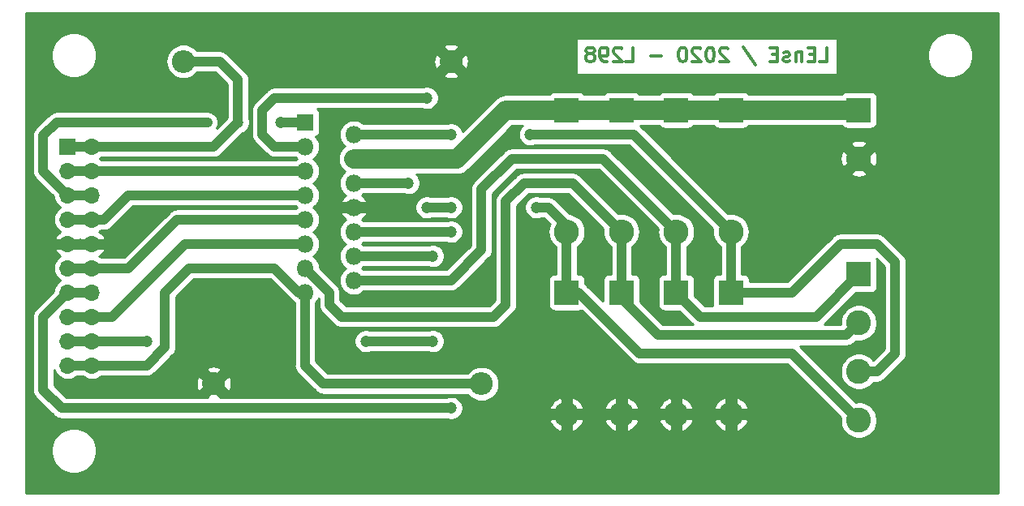
<source format=gbr>
%TF.GenerationSoftware,KiCad,Pcbnew,5.0.2-bee76a0~70~ubuntu18.04.1*%
%TF.CreationDate,2020-11-23T14:53:07+01:00*%
%TF.ProjectId,Carte_L298,43617274-655f-44c3-9239-382e6b696361,rev?*%
%TF.SameCoordinates,Original*%
%TF.FileFunction,Copper,L2,Bot*%
%TF.FilePolarity,Positive*%
%FSLAX46Y46*%
G04 Gerber Fmt 4.6, Leading zero omitted, Abs format (unit mm)*
G04 Created by KiCad (PCBNEW 5.0.2-bee76a0~70~ubuntu18.04.1) date lun. 23 nov. 2020 14:53:07 CET*
%MOMM*%
%LPD*%
G01*
G04 APERTURE LIST*
%TA.AperFunction,NonConductor*%
%ADD10C,0.300000*%
%TD*%
%TA.AperFunction,ComponentPad*%
%ADD11R,1.800000X1.800000*%
%TD*%
%TA.AperFunction,ComponentPad*%
%ADD12O,1.800000X1.800000*%
%TD*%
%TA.AperFunction,ComponentPad*%
%ADD13R,2.600000X2.600000*%
%TD*%
%TA.AperFunction,ComponentPad*%
%ADD14C,2.600000*%
%TD*%
%TA.AperFunction,ComponentPad*%
%ADD15O,2.600000X2.600000*%
%TD*%
%TA.AperFunction,ComponentPad*%
%ADD16R,1.700000X1.700000*%
%TD*%
%TA.AperFunction,ComponentPad*%
%ADD17O,1.700000X1.700000*%
%TD*%
%TA.AperFunction,ComponentPad*%
%ADD18O,2.400000X2.400000*%
%TD*%
%TA.AperFunction,ComponentPad*%
%ADD19C,2.400000*%
%TD*%
%TA.AperFunction,ViaPad*%
%ADD20C,1.200000*%
%TD*%
%TA.AperFunction,ViaPad*%
%ADD21C,0.800000*%
%TD*%
%TA.AperFunction,Conductor*%
%ADD22C,2.000000*%
%TD*%
%TA.AperFunction,Conductor*%
%ADD23C,1.000000*%
%TD*%
%TA.AperFunction,Conductor*%
%ADD24C,0.254000*%
%TD*%
G04 APERTURE END LIST*
D10*
X218795714Y-59098571D02*
X219510000Y-59098571D01*
X219510000Y-57598571D01*
X218295714Y-58312857D02*
X217795714Y-58312857D01*
X217581428Y-59098571D02*
X218295714Y-59098571D01*
X218295714Y-57598571D01*
X217581428Y-57598571D01*
X216938571Y-58098571D02*
X216938571Y-59098571D01*
X216938571Y-58241428D02*
X216867142Y-58170000D01*
X216724285Y-58098571D01*
X216510000Y-58098571D01*
X216367142Y-58170000D01*
X216295714Y-58312857D01*
X216295714Y-59098571D01*
X215652857Y-59027142D02*
X215510000Y-59098571D01*
X215224285Y-59098571D01*
X215081428Y-59027142D01*
X215010000Y-58884285D01*
X215010000Y-58812857D01*
X215081428Y-58670000D01*
X215224285Y-58598571D01*
X215438571Y-58598571D01*
X215581428Y-58527142D01*
X215652857Y-58384285D01*
X215652857Y-58312857D01*
X215581428Y-58170000D01*
X215438571Y-58098571D01*
X215224285Y-58098571D01*
X215081428Y-58170000D01*
X214367142Y-58312857D02*
X213867142Y-58312857D01*
X213652857Y-59098571D02*
X214367142Y-59098571D01*
X214367142Y-57598571D01*
X213652857Y-57598571D01*
X210795714Y-57527142D02*
X212081428Y-59455714D01*
X209224285Y-57741428D02*
X209152857Y-57670000D01*
X209010000Y-57598571D01*
X208652857Y-57598571D01*
X208510000Y-57670000D01*
X208438571Y-57741428D01*
X208367142Y-57884285D01*
X208367142Y-58027142D01*
X208438571Y-58241428D01*
X209295714Y-59098571D01*
X208367142Y-59098571D01*
X207438571Y-57598571D02*
X207295714Y-57598571D01*
X207152857Y-57670000D01*
X207081428Y-57741428D01*
X207010000Y-57884285D01*
X206938571Y-58170000D01*
X206938571Y-58527142D01*
X207010000Y-58812857D01*
X207081428Y-58955714D01*
X207152857Y-59027142D01*
X207295714Y-59098571D01*
X207438571Y-59098571D01*
X207581428Y-59027142D01*
X207652857Y-58955714D01*
X207724285Y-58812857D01*
X207795714Y-58527142D01*
X207795714Y-58170000D01*
X207724285Y-57884285D01*
X207652857Y-57741428D01*
X207581428Y-57670000D01*
X207438571Y-57598571D01*
X206367142Y-57741428D02*
X206295714Y-57670000D01*
X206152857Y-57598571D01*
X205795714Y-57598571D01*
X205652857Y-57670000D01*
X205581428Y-57741428D01*
X205510000Y-57884285D01*
X205510000Y-58027142D01*
X205581428Y-58241428D01*
X206438571Y-59098571D01*
X205510000Y-59098571D01*
X204581428Y-57598571D02*
X204438571Y-57598571D01*
X204295714Y-57670000D01*
X204224285Y-57741428D01*
X204152857Y-57884285D01*
X204081428Y-58170000D01*
X204081428Y-58527142D01*
X204152857Y-58812857D01*
X204224285Y-58955714D01*
X204295714Y-59027142D01*
X204438571Y-59098571D01*
X204581428Y-59098571D01*
X204724285Y-59027142D01*
X204795714Y-58955714D01*
X204867142Y-58812857D01*
X204938571Y-58527142D01*
X204938571Y-58170000D01*
X204867142Y-57884285D01*
X204795714Y-57741428D01*
X204724285Y-57670000D01*
X204581428Y-57598571D01*
X202295714Y-58527142D02*
X201152857Y-58527142D01*
X198581428Y-59098571D02*
X199295714Y-59098571D01*
X199295714Y-57598571D01*
X198152857Y-57741428D02*
X198081428Y-57670000D01*
X197938571Y-57598571D01*
X197581428Y-57598571D01*
X197438571Y-57670000D01*
X197367142Y-57741428D01*
X197295714Y-57884285D01*
X197295714Y-58027142D01*
X197367142Y-58241428D01*
X198224285Y-59098571D01*
X197295714Y-59098571D01*
X196581428Y-59098571D02*
X196295714Y-59098571D01*
X196152857Y-59027142D01*
X196081428Y-58955714D01*
X195938571Y-58741428D01*
X195867142Y-58455714D01*
X195867142Y-57884285D01*
X195938571Y-57741428D01*
X196010000Y-57670000D01*
X196152857Y-57598571D01*
X196438571Y-57598571D01*
X196581428Y-57670000D01*
X196652857Y-57741428D01*
X196724285Y-57884285D01*
X196724285Y-58241428D01*
X196652857Y-58384285D01*
X196581428Y-58455714D01*
X196438571Y-58527142D01*
X196152857Y-58527142D01*
X196010000Y-58455714D01*
X195938571Y-58384285D01*
X195867142Y-58241428D01*
X195010000Y-58241428D02*
X195152857Y-58170000D01*
X195224285Y-58098571D01*
X195295714Y-57955714D01*
X195295714Y-57884285D01*
X195224285Y-57741428D01*
X195152857Y-57670000D01*
X195010000Y-57598571D01*
X194724285Y-57598571D01*
X194581428Y-57670000D01*
X194510000Y-57741428D01*
X194438571Y-57884285D01*
X194438571Y-57955714D01*
X194510000Y-58098571D01*
X194581428Y-58170000D01*
X194724285Y-58241428D01*
X195010000Y-58241428D01*
X195152857Y-58312857D01*
X195224285Y-58384285D01*
X195295714Y-58527142D01*
X195295714Y-58812857D01*
X195224285Y-58955714D01*
X195152857Y-59027142D01*
X195010000Y-59098571D01*
X194724285Y-59098571D01*
X194581428Y-59027142D01*
X194510000Y-58955714D01*
X194438571Y-58812857D01*
X194438571Y-58527142D01*
X194510000Y-58384285D01*
X194581428Y-58312857D01*
X194724285Y-58241428D01*
D11*
%TO.P,U1,1*%
%TO.N,SenseA*%
X165100000Y-65405000D03*
D12*
%TO.P,U1,2*%
%TO.N,/BobA2*%
X170180000Y-66675000D03*
%TO.P,U1,3*%
%TO.N,/BobA1*%
X165100000Y-67945000D03*
%TO.P,U1,4*%
%TO.N,V_MOT*%
X170180000Y-69215000D03*
%TO.P,U1,5*%
%TO.N,IN1*%
X165100000Y-70485000D03*
%TO.P,U1,6*%
%TO.N,EnA*%
X170180000Y-71755000D03*
%TO.P,U1,7*%
%TO.N,IN2*%
X165100000Y-73025000D03*
%TO.P,U1,8*%
%TO.N,GND*%
X170180000Y-74295000D03*
%TO.P,U1,9*%
%TO.N,5V*%
X165100000Y-75565000D03*
%TO.P,U1,10*%
%TO.N,IN3*%
X170180000Y-76835000D03*
%TO.P,U1,11*%
%TO.N,EnB*%
X165100000Y-78105000D03*
%TO.P,U1,12*%
%TO.N,IN4*%
X170180000Y-79375000D03*
%TO.P,U1,13*%
%TO.N,/BobB1*%
X165100000Y-80645000D03*
%TO.P,U1,14*%
%TO.N,/BobB2*%
X170180000Y-81915000D03*
%TO.P,U1,15*%
%TO.N,SenseB*%
X165100000Y-83185000D03*
%TD*%
D13*
%TO.P,J1,1*%
%TO.N,V_MOT*%
X222885000Y-64135000D03*
D14*
%TO.P,J1,2*%
%TO.N,GND*%
X222885000Y-69215000D03*
%TD*%
D13*
%TO.P,J3,1*%
%TO.N,/BobB2*%
X222885000Y-81280000D03*
D14*
%TO.P,J3,2*%
%TO.N,/BobB1*%
X222885000Y-86360000D03*
%TO.P,J3,3*%
%TO.N,/BobA2*%
X222885000Y-91440000D03*
%TO.P,J3,4*%
%TO.N,/BobA1*%
X222885000Y-96520000D03*
%TD*%
D15*
%TO.P,D6,2*%
%TO.N,GND*%
X198120000Y-95885000D03*
D13*
%TO.P,D6,1*%
%TO.N,/BobB1*%
X198120000Y-83185000D03*
%TD*%
%TO.P,D3,1*%
%TO.N,V_MOT*%
X192405000Y-64135000D03*
D15*
%TO.P,D3,2*%
%TO.N,/BobA1*%
X192405000Y-76835000D03*
%TD*%
D16*
%TO.P,J2,1*%
%TO.N,SenseA*%
X140335000Y-67945000D03*
D17*
%TO.P,J2,2*%
X142875000Y-67945000D03*
%TO.P,J2,3*%
%TO.N,IN1*%
X140335000Y-70485000D03*
%TO.P,J2,4*%
X142875000Y-70485000D03*
%TO.P,J2,5*%
%TO.N,EnA*%
X140335000Y-73025000D03*
%TO.P,J2,6*%
X142875000Y-73025000D03*
%TO.P,J2,7*%
%TO.N,IN2*%
X140335000Y-75565000D03*
%TO.P,J2,8*%
X142875000Y-75565000D03*
%TO.P,J2,9*%
%TO.N,GND*%
X140335000Y-78105000D03*
%TO.P,J2,10*%
X142875000Y-78105000D03*
%TO.P,J2,11*%
%TO.N,5V*%
X140335000Y-80645000D03*
%TO.P,J2,12*%
X142875000Y-80645000D03*
%TO.P,J2,13*%
%TO.N,IN3*%
X140335000Y-83185000D03*
%TO.P,J2,14*%
X142875000Y-83185000D03*
%TO.P,J2,15*%
%TO.N,EnB*%
X140335000Y-85725000D03*
%TO.P,J2,16*%
X142875000Y-85725000D03*
%TO.P,J2,17*%
%TO.N,IN4*%
X140335000Y-88265000D03*
%TO.P,J2,18*%
X142875000Y-88265000D03*
%TO.P,J2,19*%
%TO.N,SenseB*%
X140335000Y-90805000D03*
%TO.P,J2,20*%
X142875000Y-90805000D03*
%TD*%
D15*
%TO.P,D8,2*%
%TO.N,GND*%
X203835000Y-95885000D03*
D13*
%TO.P,D8,1*%
%TO.N,/BobB2*%
X203835000Y-83185000D03*
%TD*%
%TO.P,D7,1*%
%TO.N,V_MOT*%
X203835000Y-64135000D03*
D15*
%TO.P,D7,2*%
%TO.N,/BobB2*%
X203835000Y-76835000D03*
%TD*%
D13*
%TO.P,D1,1*%
%TO.N,V_MOT*%
X209550000Y-64135000D03*
D15*
%TO.P,D1,2*%
%TO.N,/BobA2*%
X209550000Y-76835000D03*
%TD*%
D13*
%TO.P,D5,1*%
%TO.N,V_MOT*%
X198120000Y-64135000D03*
D15*
%TO.P,D5,2*%
%TO.N,/BobB1*%
X198120000Y-76835000D03*
%TD*%
%TO.P,D2,2*%
%TO.N,GND*%
X209550000Y-95885000D03*
D13*
%TO.P,D2,1*%
%TO.N,/BobA2*%
X209550000Y-83185000D03*
%TD*%
D15*
%TO.P,D4,2*%
%TO.N,GND*%
X192405000Y-95885000D03*
D13*
%TO.P,D4,1*%
%TO.N,/BobA1*%
X192405000Y-83185000D03*
%TD*%
D18*
%TO.P,R2,2*%
%TO.N,SenseB*%
X183515000Y-92710000D03*
D19*
%TO.P,R2,1*%
%TO.N,GND*%
X155575000Y-92710000D03*
%TD*%
%TO.P,R1,1*%
%TO.N,GND*%
X180340000Y-59055000D03*
D18*
%TO.P,R1,2*%
%TO.N,SenseA*%
X152400000Y-59055000D03*
%TD*%
D20*
%TO.N,/BobA2*%
X180340000Y-66675000D03*
X188595000Y-66675000D03*
%TO.N,/BobA1*%
X180340000Y-74295000D03*
X177800000Y-62865000D03*
X177800004Y-74294992D03*
X189230000Y-74295000D03*
%TO.N,SenseA*%
X162560000Y-65405000D03*
X158115000Y-65405000D03*
D21*
%TO.N,EnA*%
X154940000Y-65405000D03*
D20*
X175895000Y-71755000D03*
%TO.N,IN3*%
X180340000Y-76835000D03*
X180340000Y-95250000D03*
%TO.N,IN4*%
X171450000Y-88265000D03*
X148590000Y-88265000D03*
X178435000Y-88265000D03*
X178435000Y-79375000D03*
%TD*%
D22*
%TO.N,V_MOT*%
X180975000Y-69215000D02*
X186055000Y-64135000D01*
X192405000Y-64135000D02*
X217805000Y-64135000D01*
X170180000Y-69215000D02*
X180975000Y-69215000D01*
X217805000Y-64135000D02*
X222885000Y-64135000D01*
X186055000Y-64135000D02*
X192405000Y-64135000D01*
D23*
%TO.N,/BobA2*%
X209550000Y-76835000D02*
X209550000Y-83185000D01*
X215900000Y-83185000D02*
X220980000Y-78105000D01*
X209550000Y-83185000D02*
X215900000Y-83185000D01*
X226695000Y-89535000D02*
X224790000Y-91440000D01*
X224790000Y-78105000D02*
X226695000Y-80010000D01*
X199390000Y-66675000D02*
X209550000Y-76835000D01*
X220980000Y-78105000D02*
X224790000Y-78105000D01*
X170180000Y-66675000D02*
X180340000Y-66675000D01*
X188595000Y-66675000D02*
X199390000Y-66675000D01*
X224790000Y-91440000D02*
X222885000Y-91440000D01*
X226695000Y-80010000D02*
X226695000Y-89535000D01*
%TO.N,/BobA1*%
X192405000Y-76835000D02*
X192405000Y-76200000D01*
X190500000Y-74295000D02*
X189230000Y-74295000D01*
X192405000Y-76200000D02*
X190500000Y-74295000D01*
X160655000Y-64135000D02*
X161925000Y-62865000D01*
X160655000Y-66675000D02*
X160655000Y-64135000D01*
X161925000Y-62865000D02*
X177800000Y-62865000D01*
X192405000Y-76835000D02*
X192405000Y-83185000D01*
X180339992Y-74294992D02*
X180340000Y-74295000D01*
X161925000Y-67945000D02*
X160655000Y-66675000D01*
X192405000Y-83185000D02*
X193675000Y-83185000D01*
X177800004Y-74294992D02*
X180339992Y-74294992D01*
X215900000Y-89535000D02*
X222885000Y-96520000D01*
X193675000Y-83185000D02*
X200025000Y-89535000D01*
X165100000Y-67945000D02*
X161925000Y-67945000D01*
X200025000Y-89535000D02*
X215900000Y-89535000D01*
%TO.N,/BobB2*%
X186690000Y-69215000D02*
X196215000Y-69215000D01*
X183515000Y-72390000D02*
X186690000Y-69215000D01*
X222885000Y-81280000D02*
X218440000Y-85725000D01*
X170180000Y-81915000D02*
X180340000Y-81915000D01*
X203835000Y-76835000D02*
X203835000Y-83185000D01*
X206375000Y-85725000D02*
X218440000Y-85725000D01*
X196215000Y-69215000D02*
X203835000Y-76835000D01*
X180340000Y-81915000D02*
X183515000Y-78740000D01*
X203835000Y-83185000D02*
X206375000Y-85725000D01*
X183515000Y-78740000D02*
X183515000Y-72390000D01*
%TO.N,/BobB1*%
X167640000Y-84455000D02*
X168910000Y-85725000D01*
X198120000Y-76835000D02*
X198120000Y-83185000D01*
X221615000Y-87630000D02*
X222885000Y-86360000D01*
X165100000Y-80645000D02*
X167640000Y-83185000D01*
X168910000Y-85725000D02*
X184785000Y-85725000D01*
X186055000Y-73660000D02*
X187960000Y-71755000D01*
X187960000Y-71755000D02*
X193040000Y-71755000D01*
X193040000Y-71755000D02*
X198120000Y-76835000D01*
X198120000Y-83820000D02*
X201930000Y-87630000D01*
X186055000Y-84455000D02*
X186055000Y-73660000D01*
X184785000Y-85725000D02*
X186055000Y-84455000D01*
X167640000Y-83185000D02*
X167640000Y-84455000D01*
X201930000Y-87630000D02*
X221615000Y-87630000D01*
X198120000Y-83185000D02*
X198120000Y-83820000D01*
%TO.N,SenseA*%
X142875000Y-67945000D02*
X155575000Y-67945000D01*
X152400000Y-59055000D02*
X156210000Y-59055000D01*
X140335000Y-67945000D02*
X142875000Y-67945000D01*
X165100000Y-65405000D02*
X162560000Y-65405000D01*
X156210000Y-59055000D02*
X158115000Y-60960000D01*
X155575000Y-67945000D02*
X158115000Y-65405000D01*
X158115000Y-60960000D02*
X158115000Y-65405000D01*
%TO.N,IN1*%
X165100000Y-70485000D02*
X142875000Y-70485000D01*
X140335000Y-70485000D02*
X142875000Y-70485000D01*
%TO.N,EnA*%
X137795000Y-70485000D02*
X140335000Y-73025000D01*
X139205000Y-65405000D02*
X137795000Y-66815000D01*
X154940000Y-65405000D02*
X139205000Y-65405000D01*
X140335000Y-73025000D02*
X142875000Y-73025000D01*
X170180000Y-71755000D02*
X175895000Y-71755000D01*
X137795000Y-66815000D02*
X137795000Y-70485000D01*
%TO.N,IN2*%
X142875000Y-75565000D02*
X144145000Y-75565000D01*
X146685000Y-73025000D02*
X165100000Y-73025000D01*
X140335000Y-75565000D02*
X142875000Y-75565000D01*
X144145000Y-75565000D02*
X146685000Y-73025000D01*
%TO.N,5V*%
X142875000Y-80645000D02*
X146685000Y-80645000D01*
X151765000Y-75565000D02*
X165100000Y-75565000D01*
X146685000Y-80645000D02*
X151765000Y-75565000D01*
X140335000Y-80645000D02*
X142875000Y-80645000D01*
%TO.N,IN3*%
X139700000Y-95250000D02*
X180340000Y-95250000D01*
X140335000Y-83185000D02*
X137795000Y-85725000D01*
X170180000Y-76835000D02*
X180340000Y-76835000D01*
X140335000Y-83185000D02*
X142875000Y-83185000D01*
X137795000Y-93345000D02*
X139700000Y-95250000D01*
X137795000Y-85725000D02*
X137795000Y-93345000D01*
%TO.N,EnB*%
X152607929Y-78105000D02*
X165100000Y-78105000D01*
X140335000Y-85725000D02*
X142875000Y-85725000D01*
X142875000Y-85725000D02*
X144987929Y-85725000D01*
X144987929Y-85725000D02*
X152607929Y-78105000D01*
%TO.N,IN4*%
X170180000Y-79375000D02*
X178435000Y-79375000D01*
X142875000Y-88265000D02*
X148590000Y-88265000D01*
X140335000Y-88265000D02*
X142875000Y-88265000D01*
X171450000Y-88265000D02*
X178435000Y-88265000D01*
%TO.N,SenseB*%
X165100000Y-83185000D02*
X165100000Y-90805000D01*
X165100000Y-90805000D02*
X167005000Y-92710000D01*
X161925000Y-80645000D02*
X164465000Y-83185000D01*
X148590000Y-90805000D02*
X150495000Y-88900000D01*
X140335000Y-90805000D02*
X142875000Y-90805000D01*
X150495000Y-83185000D02*
X153035000Y-80645000D01*
X153035000Y-80645000D02*
X161925000Y-80645000D01*
X164465000Y-83185000D02*
X165100000Y-83185000D01*
X150495000Y-88900000D02*
X150495000Y-83185000D01*
X142875000Y-90805000D02*
X148590000Y-90805000D01*
X167005000Y-92710000D02*
X172085000Y-92710000D01*
X172085000Y-92710000D02*
X183515000Y-92710000D01*
%TD*%
D24*
%TO.N,GND*%
G36*
X237440001Y-104090000D02*
X135940000Y-104090000D01*
X135940000Y-99460098D01*
X138585000Y-99460098D01*
X138585000Y-99929902D01*
X138676654Y-100390679D01*
X138856440Y-100824721D01*
X139117450Y-101215349D01*
X139449651Y-101547550D01*
X139840279Y-101808560D01*
X140274321Y-101988346D01*
X140735098Y-102080000D01*
X141204902Y-102080000D01*
X141665679Y-101988346D01*
X142099721Y-101808560D01*
X142490349Y-101547550D01*
X142822550Y-101215349D01*
X143083560Y-100824721D01*
X143263346Y-100390679D01*
X143355000Y-99929902D01*
X143355000Y-99460098D01*
X143263346Y-98999321D01*
X143083560Y-98565279D01*
X142822550Y-98174651D01*
X142490349Y-97842450D01*
X142099721Y-97581440D01*
X141665679Y-97401654D01*
X141204902Y-97310000D01*
X140735098Y-97310000D01*
X140274321Y-97401654D01*
X139840279Y-97581440D01*
X139449651Y-97842450D01*
X139117450Y-98174651D01*
X138856440Y-98565279D01*
X138676654Y-98999321D01*
X138585000Y-99460098D01*
X135940000Y-99460098D01*
X135940000Y-96645697D01*
X190625781Y-96645697D01*
X190808373Y-96978189D01*
X191052322Y-97268670D01*
X191348254Y-97505978D01*
X191644306Y-97664204D01*
X191932000Y-97597114D01*
X191932000Y-96358000D01*
X192878000Y-96358000D01*
X192878000Y-97597114D01*
X193165694Y-97664204D01*
X193461746Y-97505978D01*
X193757678Y-97268670D01*
X194001627Y-96978189D01*
X194184219Y-96645697D01*
X196340781Y-96645697D01*
X196523373Y-96978189D01*
X196767322Y-97268670D01*
X197063254Y-97505978D01*
X197359306Y-97664204D01*
X197647000Y-97597114D01*
X197647000Y-96358000D01*
X198593000Y-96358000D01*
X198593000Y-97597114D01*
X198880694Y-97664204D01*
X199176746Y-97505978D01*
X199472678Y-97268670D01*
X199716627Y-96978189D01*
X199899219Y-96645697D01*
X202055781Y-96645697D01*
X202238373Y-96978189D01*
X202482322Y-97268670D01*
X202778254Y-97505978D01*
X203074306Y-97664204D01*
X203362000Y-97597114D01*
X203362000Y-96358000D01*
X204308000Y-96358000D01*
X204308000Y-97597114D01*
X204595694Y-97664204D01*
X204891746Y-97505978D01*
X205187678Y-97268670D01*
X205431627Y-96978189D01*
X205614219Y-96645697D01*
X207770781Y-96645697D01*
X207953373Y-96978189D01*
X208197322Y-97268670D01*
X208493254Y-97505978D01*
X208789306Y-97664204D01*
X209077000Y-97597114D01*
X209077000Y-96358000D01*
X210023000Y-96358000D01*
X210023000Y-97597114D01*
X210310694Y-97664204D01*
X210606746Y-97505978D01*
X210902678Y-97268670D01*
X211146627Y-96978189D01*
X211329219Y-96645697D01*
X211267563Y-96358000D01*
X210023000Y-96358000D01*
X209077000Y-96358000D01*
X207832437Y-96358000D01*
X207770781Y-96645697D01*
X205614219Y-96645697D01*
X205552563Y-96358000D01*
X204308000Y-96358000D01*
X203362000Y-96358000D01*
X202117437Y-96358000D01*
X202055781Y-96645697D01*
X199899219Y-96645697D01*
X199837563Y-96358000D01*
X198593000Y-96358000D01*
X197647000Y-96358000D01*
X196402437Y-96358000D01*
X196340781Y-96645697D01*
X194184219Y-96645697D01*
X194122563Y-96358000D01*
X192878000Y-96358000D01*
X191932000Y-96358000D01*
X190687437Y-96358000D01*
X190625781Y-96645697D01*
X135940000Y-96645697D01*
X135940000Y-66815000D01*
X136654509Y-66815000D01*
X136660000Y-66870752D01*
X136660001Y-70429239D01*
X136654509Y-70485000D01*
X136676423Y-70707498D01*
X136741324Y-70921446D01*
X136766065Y-70967733D01*
X136846717Y-71118623D01*
X136988552Y-71291449D01*
X137031860Y-71326991D01*
X138855155Y-73150286D01*
X138871487Y-73316111D01*
X138956401Y-73596034D01*
X139094294Y-73854014D01*
X139279866Y-74080134D01*
X139505986Y-74265706D01*
X139560791Y-74295000D01*
X139505986Y-74324294D01*
X139279866Y-74509866D01*
X139094294Y-74735986D01*
X138956401Y-74993966D01*
X138871487Y-75273889D01*
X138842815Y-75565000D01*
X138871487Y-75856111D01*
X138956401Y-76136034D01*
X139094294Y-76394014D01*
X139279866Y-76620134D01*
X139505986Y-76805706D01*
X139570539Y-76840210D01*
X139443779Y-76917146D01*
X139229165Y-77113839D01*
X139057047Y-77348622D01*
X138996119Y-77462644D01*
X139078690Y-77680000D01*
X139910000Y-77680000D01*
X139910000Y-77612000D01*
X140760000Y-77612000D01*
X140760000Y-77680000D01*
X141591310Y-77680000D01*
X141605000Y-77643963D01*
X141618690Y-77680000D01*
X142450000Y-77680000D01*
X142450000Y-77612000D01*
X143300000Y-77612000D01*
X143300000Y-77680000D01*
X144131310Y-77680000D01*
X144213881Y-77462644D01*
X144152953Y-77348622D01*
X143980835Y-77113839D01*
X143766221Y-76917146D01*
X143639461Y-76840210D01*
X143704014Y-76805706D01*
X143832817Y-76700000D01*
X144089249Y-76700000D01*
X144145000Y-76705491D01*
X144200751Y-76700000D01*
X144200752Y-76700000D01*
X144367499Y-76683577D01*
X144581447Y-76618676D01*
X144778623Y-76513284D01*
X144951449Y-76371449D01*
X144986996Y-76328135D01*
X147155132Y-74160000D01*
X164063366Y-74160000D01*
X164227865Y-74295000D01*
X164063366Y-74430000D01*
X151820751Y-74430000D01*
X151765000Y-74424509D01*
X151709248Y-74430000D01*
X151542501Y-74446423D01*
X151328553Y-74511324D01*
X151131377Y-74616716D01*
X150958551Y-74758551D01*
X150923011Y-74801857D01*
X146214869Y-79510000D01*
X143832817Y-79510000D01*
X143704014Y-79404294D01*
X143639461Y-79369790D01*
X143766221Y-79292854D01*
X143980835Y-79096161D01*
X144152953Y-78861378D01*
X144213881Y-78747356D01*
X144131310Y-78530000D01*
X143300000Y-78530000D01*
X143300000Y-78598000D01*
X142450000Y-78598000D01*
X142450000Y-78530000D01*
X141618690Y-78530000D01*
X141605000Y-78566037D01*
X141591310Y-78530000D01*
X140760000Y-78530000D01*
X140760000Y-78598000D01*
X139910000Y-78598000D01*
X139910000Y-78530000D01*
X139078690Y-78530000D01*
X138996119Y-78747356D01*
X139057047Y-78861378D01*
X139229165Y-79096161D01*
X139443779Y-79292854D01*
X139570539Y-79369790D01*
X139505986Y-79404294D01*
X139279866Y-79589866D01*
X139094294Y-79815986D01*
X138956401Y-80073966D01*
X138871487Y-80353889D01*
X138842815Y-80645000D01*
X138871487Y-80936111D01*
X138956401Y-81216034D01*
X139094294Y-81474014D01*
X139279866Y-81700134D01*
X139505986Y-81885706D01*
X139560791Y-81915000D01*
X139505986Y-81944294D01*
X139279866Y-82129866D01*
X139094294Y-82355986D01*
X138956401Y-82613966D01*
X138871487Y-82893889D01*
X138855155Y-83059714D01*
X137031865Y-84883004D01*
X136988551Y-84918551D01*
X136846716Y-85091377D01*
X136766516Y-85241423D01*
X136741324Y-85288554D01*
X136676423Y-85502502D01*
X136654509Y-85725000D01*
X136660000Y-85780752D01*
X136660001Y-93289239D01*
X136654509Y-93345000D01*
X136676423Y-93567498D01*
X136741324Y-93781446D01*
X136790384Y-93873230D01*
X136846717Y-93978623D01*
X136988552Y-94151449D01*
X137031860Y-94186991D01*
X138858009Y-96013141D01*
X138893551Y-96056449D01*
X139066377Y-96198284D01*
X139263553Y-96303676D01*
X139477501Y-96368577D01*
X139700000Y-96390491D01*
X139755752Y-96385000D01*
X179852921Y-96385000D01*
X179979764Y-96437540D01*
X180218363Y-96485000D01*
X180461637Y-96485000D01*
X180700236Y-96437540D01*
X180924992Y-96344443D01*
X181127267Y-96209287D01*
X181299287Y-96037267D01*
X181434443Y-95834992D01*
X181527540Y-95610236D01*
X181575000Y-95371637D01*
X181575000Y-95128363D01*
X181574193Y-95124303D01*
X190625781Y-95124303D01*
X190687437Y-95412000D01*
X191932000Y-95412000D01*
X191932000Y-94172886D01*
X192878000Y-94172886D01*
X192878000Y-95412000D01*
X194122563Y-95412000D01*
X194184219Y-95124303D01*
X196340781Y-95124303D01*
X196402437Y-95412000D01*
X197647000Y-95412000D01*
X197647000Y-94172886D01*
X198593000Y-94172886D01*
X198593000Y-95412000D01*
X199837563Y-95412000D01*
X199899219Y-95124303D01*
X202055781Y-95124303D01*
X202117437Y-95412000D01*
X203362000Y-95412000D01*
X203362000Y-94172886D01*
X204308000Y-94172886D01*
X204308000Y-95412000D01*
X205552563Y-95412000D01*
X205614219Y-95124303D01*
X207770781Y-95124303D01*
X207832437Y-95412000D01*
X209077000Y-95412000D01*
X209077000Y-94172886D01*
X210023000Y-94172886D01*
X210023000Y-95412000D01*
X211267563Y-95412000D01*
X211329219Y-95124303D01*
X211146627Y-94791811D01*
X210902678Y-94501330D01*
X210606746Y-94264022D01*
X210310694Y-94105796D01*
X210023000Y-94172886D01*
X209077000Y-94172886D01*
X208789306Y-94105796D01*
X208493254Y-94264022D01*
X208197322Y-94501330D01*
X207953373Y-94791811D01*
X207770781Y-95124303D01*
X205614219Y-95124303D01*
X205431627Y-94791811D01*
X205187678Y-94501330D01*
X204891746Y-94264022D01*
X204595694Y-94105796D01*
X204308000Y-94172886D01*
X203362000Y-94172886D01*
X203074306Y-94105796D01*
X202778254Y-94264022D01*
X202482322Y-94501330D01*
X202238373Y-94791811D01*
X202055781Y-95124303D01*
X199899219Y-95124303D01*
X199716627Y-94791811D01*
X199472678Y-94501330D01*
X199176746Y-94264022D01*
X198880694Y-94105796D01*
X198593000Y-94172886D01*
X197647000Y-94172886D01*
X197359306Y-94105796D01*
X197063254Y-94264022D01*
X196767322Y-94501330D01*
X196523373Y-94791811D01*
X196340781Y-95124303D01*
X194184219Y-95124303D01*
X194001627Y-94791811D01*
X193757678Y-94501330D01*
X193461746Y-94264022D01*
X193165694Y-94105796D01*
X192878000Y-94172886D01*
X191932000Y-94172886D01*
X191644306Y-94105796D01*
X191348254Y-94264022D01*
X191052322Y-94501330D01*
X190808373Y-94791811D01*
X190625781Y-95124303D01*
X181574193Y-95124303D01*
X181527540Y-94889764D01*
X181434443Y-94665008D01*
X181299287Y-94462733D01*
X181127267Y-94290713D01*
X180924992Y-94155557D01*
X180700236Y-94062460D01*
X180461637Y-94015000D01*
X180218363Y-94015000D01*
X179979764Y-94062460D01*
X179852921Y-94115000D01*
X156311077Y-94115000D01*
X155575000Y-93378923D01*
X154838923Y-94115000D01*
X140170132Y-94115000D01*
X138930000Y-92874869D01*
X138930000Y-92753889D01*
X153731643Y-92753889D01*
X153775625Y-93112667D01*
X153855164Y-93374873D01*
X154096875Y-93519202D01*
X154906077Y-92710000D01*
X156243923Y-92710000D01*
X157053125Y-93519202D01*
X157294836Y-93374873D01*
X157391500Y-93026575D01*
X157418357Y-92666111D01*
X157374375Y-92307333D01*
X157294836Y-92045127D01*
X157053125Y-91900798D01*
X156243923Y-92710000D01*
X154906077Y-92710000D01*
X154096875Y-91900798D01*
X153855164Y-92045127D01*
X153758500Y-92393425D01*
X153731643Y-92753889D01*
X138930000Y-92753889D01*
X138930000Y-91289002D01*
X138956401Y-91376034D01*
X139094294Y-91634014D01*
X139279866Y-91860134D01*
X139505986Y-92045706D01*
X139763966Y-92183599D01*
X140043889Y-92268513D01*
X140262050Y-92290000D01*
X140407950Y-92290000D01*
X140626111Y-92268513D01*
X140906034Y-92183599D01*
X141164014Y-92045706D01*
X141292817Y-91940000D01*
X141917183Y-91940000D01*
X142045986Y-92045706D01*
X142303966Y-92183599D01*
X142583889Y-92268513D01*
X142802050Y-92290000D01*
X142947950Y-92290000D01*
X143166111Y-92268513D01*
X143446034Y-92183599D01*
X143704014Y-92045706D01*
X143832817Y-91940000D01*
X148534249Y-91940000D01*
X148590000Y-91945491D01*
X148645751Y-91940000D01*
X148645752Y-91940000D01*
X148812499Y-91923577D01*
X149026447Y-91858676D01*
X149223623Y-91753284D01*
X149396449Y-91611449D01*
X149431996Y-91568135D01*
X149768256Y-91231875D01*
X154765798Y-91231875D01*
X155575000Y-92041077D01*
X156384202Y-91231875D01*
X156239873Y-90990164D01*
X155891575Y-90893500D01*
X155531111Y-90866643D01*
X155172333Y-90910625D01*
X154910127Y-90990164D01*
X154765798Y-91231875D01*
X149768256Y-91231875D01*
X151258141Y-89741991D01*
X151301449Y-89706449D01*
X151443284Y-89533623D01*
X151548676Y-89336447D01*
X151613577Y-89122499D01*
X151630000Y-88955752D01*
X151630000Y-88955751D01*
X151635491Y-88900000D01*
X151630000Y-88844248D01*
X151630000Y-83655131D01*
X153505132Y-81780000D01*
X161454869Y-81780000D01*
X163623009Y-83948141D01*
X163658551Y-83991449D01*
X163831377Y-84133284D01*
X163940253Y-84191479D01*
X163965000Y-84221634D01*
X163965001Y-90749239D01*
X163959509Y-90805000D01*
X163981423Y-91027498D01*
X164046324Y-91241446D01*
X164046325Y-91241447D01*
X164151717Y-91438623D01*
X164293552Y-91611449D01*
X164336860Y-91646991D01*
X166163009Y-93473141D01*
X166198551Y-93516449D01*
X166371377Y-93658284D01*
X166568553Y-93763676D01*
X166782501Y-93828577D01*
X167005000Y-93850491D01*
X167060752Y-93845000D01*
X182072635Y-93845000D01*
X182211181Y-94013819D01*
X182490596Y-94243129D01*
X182809378Y-94413521D01*
X183155277Y-94518448D01*
X183424861Y-94545000D01*
X183605139Y-94545000D01*
X183874723Y-94518448D01*
X184220622Y-94413521D01*
X184539404Y-94243129D01*
X184818819Y-94013819D01*
X185048129Y-93734404D01*
X185218521Y-93415622D01*
X185323448Y-93069723D01*
X185358878Y-92710000D01*
X185323448Y-92350277D01*
X185218521Y-92004378D01*
X185048129Y-91685596D01*
X184818819Y-91406181D01*
X184539404Y-91176871D01*
X184220622Y-91006479D01*
X183874723Y-90901552D01*
X183605139Y-90875000D01*
X183424861Y-90875000D01*
X183155277Y-90901552D01*
X182809378Y-91006479D01*
X182490596Y-91176871D01*
X182211181Y-91406181D01*
X182072635Y-91575000D01*
X167475132Y-91575000D01*
X166235000Y-90334869D01*
X166235000Y-88143363D01*
X170215000Y-88143363D01*
X170215000Y-88386637D01*
X170262460Y-88625236D01*
X170355557Y-88849992D01*
X170490713Y-89052267D01*
X170662733Y-89224287D01*
X170865008Y-89359443D01*
X171089764Y-89452540D01*
X171328363Y-89500000D01*
X171571637Y-89500000D01*
X171810236Y-89452540D01*
X171937079Y-89400000D01*
X177947921Y-89400000D01*
X178074764Y-89452540D01*
X178313363Y-89500000D01*
X178556637Y-89500000D01*
X178795236Y-89452540D01*
X179019992Y-89359443D01*
X179222267Y-89224287D01*
X179394287Y-89052267D01*
X179529443Y-88849992D01*
X179622540Y-88625236D01*
X179670000Y-88386637D01*
X179670000Y-88143363D01*
X179622540Y-87904764D01*
X179529443Y-87680008D01*
X179394287Y-87477733D01*
X179222267Y-87305713D01*
X179019992Y-87170557D01*
X178795236Y-87077460D01*
X178556637Y-87030000D01*
X178313363Y-87030000D01*
X178074764Y-87077460D01*
X177947921Y-87130000D01*
X171937079Y-87130000D01*
X171810236Y-87077460D01*
X171571637Y-87030000D01*
X171328363Y-87030000D01*
X171089764Y-87077460D01*
X170865008Y-87170557D01*
X170662733Y-87305713D01*
X170490713Y-87477733D01*
X170355557Y-87680008D01*
X170262460Y-87904764D01*
X170215000Y-88143363D01*
X166235000Y-88143363D01*
X166235000Y-84221634D01*
X166382481Y-84041927D01*
X166505000Y-83812710D01*
X166505000Y-84399249D01*
X166499509Y-84455000D01*
X166505000Y-84510751D01*
X166505000Y-84510752D01*
X166521423Y-84677499D01*
X166586324Y-84891447D01*
X166691717Y-85088623D01*
X166833552Y-85261449D01*
X166876860Y-85296991D01*
X168068008Y-86488140D01*
X168103551Y-86531449D01*
X168276377Y-86673284D01*
X168473553Y-86778676D01*
X168621485Y-86823551D01*
X168687500Y-86843577D01*
X168708493Y-86845644D01*
X168854248Y-86860000D01*
X168854255Y-86860000D01*
X168909999Y-86865490D01*
X168965743Y-86860000D01*
X184729249Y-86860000D01*
X184785000Y-86865491D01*
X184840751Y-86860000D01*
X184840752Y-86860000D01*
X185007499Y-86843577D01*
X185221447Y-86778676D01*
X185418623Y-86673284D01*
X185591449Y-86531449D01*
X185626996Y-86488135D01*
X186818140Y-85296992D01*
X186861449Y-85261449D01*
X187003284Y-85088623D01*
X187108676Y-84891447D01*
X187173577Y-84677499D01*
X187190000Y-84510752D01*
X187190000Y-84510745D01*
X187195490Y-84455001D01*
X187190000Y-84399257D01*
X187190000Y-74130131D01*
X188430132Y-72890000D01*
X192569869Y-72890000D01*
X196206053Y-76526185D01*
X196175638Y-76835000D01*
X196212998Y-77214326D01*
X196323644Y-77579075D01*
X196503322Y-77915230D01*
X196745128Y-78209872D01*
X196985000Y-78406730D01*
X196985001Y-81246928D01*
X196820000Y-81246928D01*
X196695518Y-81259188D01*
X196575820Y-81295498D01*
X196465506Y-81354463D01*
X196368815Y-81433815D01*
X196289463Y-81530506D01*
X196230498Y-81640820D01*
X196194188Y-81760518D01*
X196181928Y-81885000D01*
X196181928Y-84086797D01*
X194516996Y-82421865D01*
X194481449Y-82378551D01*
X194343072Y-82264988D01*
X194343072Y-81885000D01*
X194330812Y-81760518D01*
X194294502Y-81640820D01*
X194235537Y-81530506D01*
X194156185Y-81433815D01*
X194059494Y-81354463D01*
X193949180Y-81295498D01*
X193829482Y-81259188D01*
X193705000Y-81246928D01*
X193540000Y-81246928D01*
X193540000Y-78406730D01*
X193779872Y-78209872D01*
X194021678Y-77915230D01*
X194201356Y-77579075D01*
X194312002Y-77214326D01*
X194349362Y-76835000D01*
X194312002Y-76455674D01*
X194201356Y-76090925D01*
X194021678Y-75754770D01*
X193779872Y-75460128D01*
X193485230Y-75218322D01*
X193149075Y-75038644D01*
X192784326Y-74927998D01*
X192733083Y-74922951D01*
X191341996Y-73531865D01*
X191306449Y-73488551D01*
X191133623Y-73346716D01*
X190936447Y-73241324D01*
X190722499Y-73176423D01*
X190555752Y-73160000D01*
X190555751Y-73160000D01*
X190500000Y-73154509D01*
X190444249Y-73160000D01*
X189717079Y-73160000D01*
X189590236Y-73107460D01*
X189351637Y-73060000D01*
X189108363Y-73060000D01*
X188869764Y-73107460D01*
X188645008Y-73200557D01*
X188442733Y-73335713D01*
X188270713Y-73507733D01*
X188135557Y-73710008D01*
X188042460Y-73934764D01*
X187995000Y-74173363D01*
X187995000Y-74416637D01*
X188042460Y-74655236D01*
X188135557Y-74879992D01*
X188270713Y-75082267D01*
X188442733Y-75254287D01*
X188645008Y-75389443D01*
X188869764Y-75482540D01*
X189108363Y-75530000D01*
X189351637Y-75530000D01*
X189590236Y-75482540D01*
X189717079Y-75430000D01*
X190029869Y-75430000D01*
X190637259Y-76037390D01*
X190608644Y-76090925D01*
X190497998Y-76455674D01*
X190460638Y-76835000D01*
X190497998Y-77214326D01*
X190608644Y-77579075D01*
X190788322Y-77915230D01*
X191030128Y-78209872D01*
X191270000Y-78406730D01*
X191270001Y-81246928D01*
X191105000Y-81246928D01*
X190980518Y-81259188D01*
X190860820Y-81295498D01*
X190750506Y-81354463D01*
X190653815Y-81433815D01*
X190574463Y-81530506D01*
X190515498Y-81640820D01*
X190479188Y-81760518D01*
X190466928Y-81885000D01*
X190466928Y-84485000D01*
X190479188Y-84609482D01*
X190515498Y-84729180D01*
X190574463Y-84839494D01*
X190653815Y-84936185D01*
X190750506Y-85015537D01*
X190860820Y-85074502D01*
X190980518Y-85110812D01*
X191105000Y-85123072D01*
X193705000Y-85123072D01*
X193829482Y-85110812D01*
X193949180Y-85074502D01*
X193955821Y-85070952D01*
X199183009Y-90298141D01*
X199218551Y-90341449D01*
X199391377Y-90483284D01*
X199588553Y-90588676D01*
X199736485Y-90633551D01*
X199802500Y-90653577D01*
X200024999Y-90675491D01*
X200080751Y-90670000D01*
X215429869Y-90670000D01*
X220973109Y-96213242D01*
X220950000Y-96329419D01*
X220950000Y-96710581D01*
X221024361Y-97084419D01*
X221170225Y-97436566D01*
X221381987Y-97753491D01*
X221651509Y-98023013D01*
X221968434Y-98234775D01*
X222320581Y-98380639D01*
X222694419Y-98455000D01*
X223075581Y-98455000D01*
X223449419Y-98380639D01*
X223801566Y-98234775D01*
X224118491Y-98023013D01*
X224388013Y-97753491D01*
X224599775Y-97436566D01*
X224745639Y-97084419D01*
X224820000Y-96710581D01*
X224820000Y-96329419D01*
X224745639Y-95955581D01*
X224599775Y-95603434D01*
X224388013Y-95286509D01*
X224118491Y-95016987D01*
X223801566Y-94805225D01*
X223449419Y-94659361D01*
X223075581Y-94585000D01*
X222694419Y-94585000D01*
X222578242Y-94608109D01*
X216741996Y-88771865D01*
X216736362Y-88765000D01*
X221559249Y-88765000D01*
X221615000Y-88770491D01*
X221670751Y-88765000D01*
X221670752Y-88765000D01*
X221837499Y-88748577D01*
X222051447Y-88683676D01*
X222248623Y-88578284D01*
X222421449Y-88436449D01*
X222456996Y-88393135D01*
X222578240Y-88271891D01*
X222694419Y-88295000D01*
X223075581Y-88295000D01*
X223449419Y-88220639D01*
X223801566Y-88074775D01*
X224118491Y-87863013D01*
X224388013Y-87593491D01*
X224599775Y-87276566D01*
X224745639Y-86924419D01*
X224820000Y-86550581D01*
X224820000Y-86169419D01*
X224745639Y-85795581D01*
X224599775Y-85443434D01*
X224388013Y-85126509D01*
X224118491Y-84856987D01*
X223801566Y-84645225D01*
X223449419Y-84499361D01*
X223075581Y-84425000D01*
X222694419Y-84425000D01*
X222320581Y-84499361D01*
X221968434Y-84645225D01*
X221651509Y-84856987D01*
X221381987Y-85126509D01*
X221170225Y-85443434D01*
X221024361Y-85795581D01*
X220950000Y-86169419D01*
X220950000Y-86495000D01*
X219276362Y-86495000D01*
X219281996Y-86488135D01*
X222552060Y-83218072D01*
X224185000Y-83218072D01*
X224309482Y-83205812D01*
X224429180Y-83169502D01*
X224539494Y-83110537D01*
X224636185Y-83031185D01*
X224715537Y-82934494D01*
X224774502Y-82824180D01*
X224810812Y-82704482D01*
X224823072Y-82580000D01*
X224823072Y-79980000D01*
X224810812Y-79855518D01*
X224774502Y-79735820D01*
X224727208Y-79647339D01*
X225560000Y-80480132D01*
X225560001Y-89064867D01*
X224400168Y-90224701D01*
X224388013Y-90206509D01*
X224118491Y-89936987D01*
X223801566Y-89725225D01*
X223449419Y-89579361D01*
X223075581Y-89505000D01*
X222694419Y-89505000D01*
X222320581Y-89579361D01*
X221968434Y-89725225D01*
X221651509Y-89936987D01*
X221381987Y-90206509D01*
X221170225Y-90523434D01*
X221024361Y-90875581D01*
X220950000Y-91249419D01*
X220950000Y-91630581D01*
X221024361Y-92004419D01*
X221170225Y-92356566D01*
X221381987Y-92673491D01*
X221651509Y-92943013D01*
X221968434Y-93154775D01*
X222320581Y-93300639D01*
X222694419Y-93375000D01*
X223075581Y-93375000D01*
X223449419Y-93300639D01*
X223801566Y-93154775D01*
X224118491Y-92943013D01*
X224388013Y-92673491D01*
X224453822Y-92575000D01*
X224734249Y-92575000D01*
X224790000Y-92580491D01*
X224845751Y-92575000D01*
X224845752Y-92575000D01*
X225012499Y-92558577D01*
X225226447Y-92493676D01*
X225423623Y-92388284D01*
X225596449Y-92246449D01*
X225631996Y-92203135D01*
X227458141Y-90376991D01*
X227501449Y-90341449D01*
X227643284Y-90168623D01*
X227748676Y-89971447D01*
X227813577Y-89757499D01*
X227830000Y-89590752D01*
X227835491Y-89535000D01*
X227830000Y-89479248D01*
X227830000Y-80065752D01*
X227835491Y-80010000D01*
X227816383Y-79815986D01*
X227813577Y-79787501D01*
X227748676Y-79573553D01*
X227643284Y-79376377D01*
X227501449Y-79203551D01*
X227458141Y-79168009D01*
X225631996Y-77341865D01*
X225596449Y-77298551D01*
X225423623Y-77156716D01*
X225226447Y-77051324D01*
X225012499Y-76986423D01*
X224845752Y-76970000D01*
X224845751Y-76970000D01*
X224790000Y-76964509D01*
X224734249Y-76970000D01*
X221035751Y-76970000D01*
X220980000Y-76964509D01*
X220924248Y-76970000D01*
X220757501Y-76986423D01*
X220543553Y-77051324D01*
X220346377Y-77156716D01*
X220173551Y-77298551D01*
X220138009Y-77341859D01*
X215429869Y-82050000D01*
X211488072Y-82050000D01*
X211488072Y-81885000D01*
X211475812Y-81760518D01*
X211439502Y-81640820D01*
X211380537Y-81530506D01*
X211301185Y-81433815D01*
X211204494Y-81354463D01*
X211094180Y-81295498D01*
X210974482Y-81259188D01*
X210850000Y-81246928D01*
X210685000Y-81246928D01*
X210685000Y-78406730D01*
X210924872Y-78209872D01*
X211166678Y-77915230D01*
X211346356Y-77579075D01*
X211457002Y-77214326D01*
X211494362Y-76835000D01*
X211457002Y-76455674D01*
X211346356Y-76090925D01*
X211166678Y-75754770D01*
X210924872Y-75460128D01*
X210630230Y-75218322D01*
X210294075Y-75038644D01*
X209929326Y-74927998D01*
X209645055Y-74900000D01*
X209454945Y-74900000D01*
X209241185Y-74921053D01*
X205087108Y-70766976D01*
X222001947Y-70766976D01*
X222159130Y-71018791D01*
X222524979Y-71125741D01*
X222904664Y-71159263D01*
X223283593Y-71118068D01*
X223610870Y-71018791D01*
X223768053Y-70766976D01*
X222885000Y-69883923D01*
X222001947Y-70766976D01*
X205087108Y-70766976D01*
X203554796Y-69234664D01*
X220940737Y-69234664D01*
X220981932Y-69613593D01*
X221081209Y-69940870D01*
X221333024Y-70098053D01*
X222216077Y-69215000D01*
X223553923Y-69215000D01*
X224436976Y-70098053D01*
X224688791Y-69940870D01*
X224795741Y-69575021D01*
X224829263Y-69195336D01*
X224788068Y-68816407D01*
X224688791Y-68489130D01*
X224436976Y-68331947D01*
X223553923Y-69215000D01*
X222216077Y-69215000D01*
X221333024Y-68331947D01*
X221081209Y-68489130D01*
X220974259Y-68854979D01*
X220940737Y-69234664D01*
X203554796Y-69234664D01*
X201983156Y-67663024D01*
X222001947Y-67663024D01*
X222885000Y-68546077D01*
X223768053Y-67663024D01*
X223610870Y-67411209D01*
X223245021Y-67304259D01*
X222865336Y-67270737D01*
X222486407Y-67311932D01*
X222159130Y-67411209D01*
X222001947Y-67663024D01*
X201983156Y-67663024D01*
X200231996Y-65911865D01*
X200196449Y-65868551D01*
X200076365Y-65770000D01*
X201994043Y-65770000D01*
X202004463Y-65789494D01*
X202083815Y-65886185D01*
X202180506Y-65965537D01*
X202290820Y-66024502D01*
X202410518Y-66060812D01*
X202535000Y-66073072D01*
X205135000Y-66073072D01*
X205259482Y-66060812D01*
X205379180Y-66024502D01*
X205489494Y-65965537D01*
X205586185Y-65886185D01*
X205665537Y-65789494D01*
X205675957Y-65770000D01*
X207709043Y-65770000D01*
X207719463Y-65789494D01*
X207798815Y-65886185D01*
X207895506Y-65965537D01*
X208005820Y-66024502D01*
X208125518Y-66060812D01*
X208250000Y-66073072D01*
X210850000Y-66073072D01*
X210974482Y-66060812D01*
X211094180Y-66024502D01*
X211204494Y-65965537D01*
X211301185Y-65886185D01*
X211380537Y-65789494D01*
X211390957Y-65770000D01*
X221044043Y-65770000D01*
X221054463Y-65789494D01*
X221133815Y-65886185D01*
X221230506Y-65965537D01*
X221340820Y-66024502D01*
X221460518Y-66060812D01*
X221585000Y-66073072D01*
X224185000Y-66073072D01*
X224309482Y-66060812D01*
X224429180Y-66024502D01*
X224539494Y-65965537D01*
X224636185Y-65886185D01*
X224715537Y-65789494D01*
X224774502Y-65679180D01*
X224810812Y-65559482D01*
X224823072Y-65435000D01*
X224823072Y-62835000D01*
X224810812Y-62710518D01*
X224774502Y-62590820D01*
X224715537Y-62480506D01*
X224636185Y-62383815D01*
X224539494Y-62304463D01*
X224429180Y-62245498D01*
X224309482Y-62209188D01*
X224185000Y-62196928D01*
X221585000Y-62196928D01*
X221460518Y-62209188D01*
X221340820Y-62245498D01*
X221230506Y-62304463D01*
X221133815Y-62383815D01*
X221054463Y-62480506D01*
X221044043Y-62500000D01*
X211390957Y-62500000D01*
X211380537Y-62480506D01*
X211301185Y-62383815D01*
X211204494Y-62304463D01*
X211094180Y-62245498D01*
X210974482Y-62209188D01*
X210850000Y-62196928D01*
X208250000Y-62196928D01*
X208125518Y-62209188D01*
X208005820Y-62245498D01*
X207895506Y-62304463D01*
X207798815Y-62383815D01*
X207719463Y-62480506D01*
X207709043Y-62500000D01*
X205675957Y-62500000D01*
X205665537Y-62480506D01*
X205586185Y-62383815D01*
X205489494Y-62304463D01*
X205379180Y-62245498D01*
X205259482Y-62209188D01*
X205135000Y-62196928D01*
X202535000Y-62196928D01*
X202410518Y-62209188D01*
X202290820Y-62245498D01*
X202180506Y-62304463D01*
X202083815Y-62383815D01*
X202004463Y-62480506D01*
X201994043Y-62500000D01*
X199960957Y-62500000D01*
X199950537Y-62480506D01*
X199871185Y-62383815D01*
X199774494Y-62304463D01*
X199664180Y-62245498D01*
X199544482Y-62209188D01*
X199420000Y-62196928D01*
X196820000Y-62196928D01*
X196695518Y-62209188D01*
X196575820Y-62245498D01*
X196465506Y-62304463D01*
X196368815Y-62383815D01*
X196289463Y-62480506D01*
X196279043Y-62500000D01*
X194245957Y-62500000D01*
X194235537Y-62480506D01*
X194156185Y-62383815D01*
X194059494Y-62304463D01*
X193949180Y-62245498D01*
X193829482Y-62209188D01*
X193705000Y-62196928D01*
X191105000Y-62196928D01*
X190980518Y-62209188D01*
X190860820Y-62245498D01*
X190750506Y-62304463D01*
X190653815Y-62383815D01*
X190574463Y-62480506D01*
X190564043Y-62500000D01*
X186135319Y-62500000D01*
X186055000Y-62492089D01*
X185974680Y-62500000D01*
X185974678Y-62500000D01*
X185734484Y-62523657D01*
X185426285Y-62617148D01*
X185142248Y-62768969D01*
X184893286Y-62973286D01*
X184842080Y-63035681D01*
X181533423Y-66344339D01*
X181527540Y-66314764D01*
X181434443Y-66090008D01*
X181299287Y-65887733D01*
X181127267Y-65715713D01*
X180924992Y-65580557D01*
X180700236Y-65487460D01*
X180461637Y-65440000D01*
X180218363Y-65440000D01*
X179979764Y-65487460D01*
X179852921Y-65540000D01*
X171216634Y-65540000D01*
X171036927Y-65392519D01*
X170770261Y-65249983D01*
X170480913Y-65162210D01*
X170255408Y-65140000D01*
X170104592Y-65140000D01*
X169879087Y-65162210D01*
X169589739Y-65249983D01*
X169323073Y-65392519D01*
X169089339Y-65584339D01*
X168897519Y-65818073D01*
X168754983Y-66084739D01*
X168667210Y-66374087D01*
X168637573Y-66675000D01*
X168667210Y-66975913D01*
X168754983Y-67265261D01*
X168897519Y-67531927D01*
X169089339Y-67765661D01*
X169229049Y-67880318D01*
X169018286Y-68053286D01*
X168813969Y-68302248D01*
X168662148Y-68586285D01*
X168568657Y-68894484D01*
X168537089Y-69215000D01*
X168568657Y-69535516D01*
X168662148Y-69843715D01*
X168813969Y-70127752D01*
X169018286Y-70376714D01*
X169229049Y-70549682D01*
X169089339Y-70664339D01*
X168897519Y-70898073D01*
X168754983Y-71164739D01*
X168667210Y-71454087D01*
X168637573Y-71755000D01*
X168667210Y-72055913D01*
X168754983Y-72345261D01*
X168897519Y-72611927D01*
X169089339Y-72845661D01*
X169317915Y-73033248D01*
X169163811Y-73144506D01*
X168958887Y-73364861D01*
X168800889Y-73620961D01*
X168871175Y-73845000D01*
X169730000Y-73845000D01*
X169730000Y-73802000D01*
X170630000Y-73802000D01*
X170630000Y-73845000D01*
X171488825Y-73845000D01*
X171559111Y-73620961D01*
X171401113Y-73364861D01*
X171196189Y-73144506D01*
X171042085Y-73033248D01*
X171216634Y-72890000D01*
X175407921Y-72890000D01*
X175534764Y-72942540D01*
X175773363Y-72990000D01*
X176016637Y-72990000D01*
X176255236Y-72942540D01*
X176479992Y-72849443D01*
X176682267Y-72714287D01*
X176854287Y-72542267D01*
X176989443Y-72339992D01*
X177082540Y-72115236D01*
X177130000Y-71876637D01*
X177130000Y-71633363D01*
X177082540Y-71394764D01*
X176989443Y-71170008D01*
X176854287Y-70967733D01*
X176736554Y-70850000D01*
X180894681Y-70850000D01*
X180975000Y-70857911D01*
X181055319Y-70850000D01*
X181055322Y-70850000D01*
X181295516Y-70826343D01*
X181603715Y-70732852D01*
X181887752Y-70581031D01*
X182136714Y-70376714D01*
X182187925Y-70314313D01*
X186732239Y-65770000D01*
X187753446Y-65770000D01*
X187635713Y-65887733D01*
X187500557Y-66090008D01*
X187407460Y-66314764D01*
X187360000Y-66553363D01*
X187360000Y-66796637D01*
X187407460Y-67035236D01*
X187500557Y-67259992D01*
X187635713Y-67462267D01*
X187807733Y-67634287D01*
X188010008Y-67769443D01*
X188234764Y-67862540D01*
X188473363Y-67910000D01*
X188716637Y-67910000D01*
X188955236Y-67862540D01*
X189082079Y-67810000D01*
X198919869Y-67810000D01*
X207636053Y-76526185D01*
X207605638Y-76835000D01*
X207642998Y-77214326D01*
X207753644Y-77579075D01*
X207933322Y-77915230D01*
X208175128Y-78209872D01*
X208415000Y-78406730D01*
X208415001Y-81246928D01*
X208250000Y-81246928D01*
X208125518Y-81259188D01*
X208005820Y-81295498D01*
X207895506Y-81354463D01*
X207798815Y-81433815D01*
X207719463Y-81530506D01*
X207660498Y-81640820D01*
X207624188Y-81760518D01*
X207611928Y-81885000D01*
X207611928Y-84485000D01*
X207622269Y-84590000D01*
X206845132Y-84590000D01*
X205773072Y-83517941D01*
X205773072Y-81885000D01*
X205760812Y-81760518D01*
X205724502Y-81640820D01*
X205665537Y-81530506D01*
X205586185Y-81433815D01*
X205489494Y-81354463D01*
X205379180Y-81295498D01*
X205259482Y-81259188D01*
X205135000Y-81246928D01*
X204970000Y-81246928D01*
X204970000Y-78406730D01*
X205209872Y-78209872D01*
X205451678Y-77915230D01*
X205631356Y-77579075D01*
X205742002Y-77214326D01*
X205779362Y-76835000D01*
X205742002Y-76455674D01*
X205631356Y-76090925D01*
X205451678Y-75754770D01*
X205209872Y-75460128D01*
X204915230Y-75218322D01*
X204579075Y-75038644D01*
X204214326Y-74927998D01*
X203930055Y-74900000D01*
X203739945Y-74900000D01*
X203526185Y-74921053D01*
X197056996Y-68451865D01*
X197021449Y-68408551D01*
X196848623Y-68266716D01*
X196651447Y-68161324D01*
X196437499Y-68096423D01*
X196270752Y-68080000D01*
X196270751Y-68080000D01*
X196215000Y-68074509D01*
X196159249Y-68080000D01*
X186745751Y-68080000D01*
X186689999Y-68074509D01*
X186634248Y-68080000D01*
X186467501Y-68096423D01*
X186253553Y-68161324D01*
X186056377Y-68266716D01*
X185883551Y-68408551D01*
X185848009Y-68451859D01*
X182751860Y-71548009D01*
X182708552Y-71583551D01*
X182566717Y-71756377D01*
X182510384Y-71861770D01*
X182461324Y-71953554D01*
X182396423Y-72167502D01*
X182374509Y-72390000D01*
X182380001Y-72445761D01*
X182380000Y-78269868D01*
X179869869Y-80780000D01*
X171216634Y-80780000D01*
X171052135Y-80645000D01*
X171216634Y-80510000D01*
X177947921Y-80510000D01*
X178074764Y-80562540D01*
X178313363Y-80610000D01*
X178556637Y-80610000D01*
X178795236Y-80562540D01*
X179019992Y-80469443D01*
X179222267Y-80334287D01*
X179394287Y-80162267D01*
X179529443Y-79959992D01*
X179622540Y-79735236D01*
X179670000Y-79496637D01*
X179670000Y-79253363D01*
X179622540Y-79014764D01*
X179529443Y-78790008D01*
X179394287Y-78587733D01*
X179222267Y-78415713D01*
X179019992Y-78280557D01*
X178795236Y-78187460D01*
X178556637Y-78140000D01*
X178313363Y-78140000D01*
X178074764Y-78187460D01*
X177947921Y-78240000D01*
X171216634Y-78240000D01*
X171052135Y-78105000D01*
X171216634Y-77970000D01*
X179852921Y-77970000D01*
X179979764Y-78022540D01*
X180218363Y-78070000D01*
X180461637Y-78070000D01*
X180700236Y-78022540D01*
X180924992Y-77929443D01*
X181127267Y-77794287D01*
X181299287Y-77622267D01*
X181434443Y-77419992D01*
X181527540Y-77195236D01*
X181575000Y-76956637D01*
X181575000Y-76713363D01*
X181527540Y-76474764D01*
X181434443Y-76250008D01*
X181299287Y-76047733D01*
X181127267Y-75875713D01*
X180924992Y-75740557D01*
X180700236Y-75647460D01*
X180461637Y-75600000D01*
X180218363Y-75600000D01*
X179979764Y-75647460D01*
X179852921Y-75700000D01*
X171216634Y-75700000D01*
X171042085Y-75556752D01*
X171196189Y-75445494D01*
X171401113Y-75225139D01*
X171559111Y-74969039D01*
X171488825Y-74745000D01*
X170630000Y-74745000D01*
X170630000Y-74788000D01*
X169730000Y-74788000D01*
X169730000Y-74745000D01*
X168871175Y-74745000D01*
X168800889Y-74969039D01*
X168958887Y-75225139D01*
X169163811Y-75445494D01*
X169317915Y-75556752D01*
X169089339Y-75744339D01*
X168897519Y-75978073D01*
X168754983Y-76244739D01*
X168667210Y-76534087D01*
X168637573Y-76835000D01*
X168667210Y-77135913D01*
X168754983Y-77425261D01*
X168897519Y-77691927D01*
X169089339Y-77925661D01*
X169307865Y-78105000D01*
X169089339Y-78284339D01*
X168897519Y-78518073D01*
X168754983Y-78784739D01*
X168667210Y-79074087D01*
X168637573Y-79375000D01*
X168667210Y-79675913D01*
X168754983Y-79965261D01*
X168897519Y-80231927D01*
X169089339Y-80465661D01*
X169307865Y-80645000D01*
X169089339Y-80824339D01*
X168897519Y-81058073D01*
X168754983Y-81324739D01*
X168667210Y-81614087D01*
X168637573Y-81915000D01*
X168667210Y-82215913D01*
X168754983Y-82505261D01*
X168897519Y-82771927D01*
X169089339Y-83005661D01*
X169323073Y-83197481D01*
X169589739Y-83340017D01*
X169879087Y-83427790D01*
X170104592Y-83450000D01*
X170255408Y-83450000D01*
X170480913Y-83427790D01*
X170770261Y-83340017D01*
X171036927Y-83197481D01*
X171216634Y-83050000D01*
X180284249Y-83050000D01*
X180340000Y-83055491D01*
X180395751Y-83050000D01*
X180395752Y-83050000D01*
X180562499Y-83033577D01*
X180776447Y-82968676D01*
X180973623Y-82863284D01*
X181146449Y-82721449D01*
X181181996Y-82678135D01*
X184278141Y-79581991D01*
X184321449Y-79546449D01*
X184463284Y-79373623D01*
X184568676Y-79176447D01*
X184633577Y-78962499D01*
X184650000Y-78795752D01*
X184650000Y-78795751D01*
X184655491Y-78740001D01*
X184650000Y-78684249D01*
X184650000Y-72860131D01*
X187160132Y-70350000D01*
X195744869Y-70350000D01*
X201921053Y-76526185D01*
X201890638Y-76835000D01*
X201927998Y-77214326D01*
X202038644Y-77579075D01*
X202218322Y-77915230D01*
X202460128Y-78209872D01*
X202700000Y-78406730D01*
X202700001Y-81246928D01*
X202535000Y-81246928D01*
X202410518Y-81259188D01*
X202290820Y-81295498D01*
X202180506Y-81354463D01*
X202083815Y-81433815D01*
X202004463Y-81530506D01*
X201945498Y-81640820D01*
X201909188Y-81760518D01*
X201896928Y-81885000D01*
X201896928Y-84485000D01*
X201909188Y-84609482D01*
X201945498Y-84729180D01*
X202004463Y-84839494D01*
X202083815Y-84936185D01*
X202180506Y-85015537D01*
X202290820Y-85074502D01*
X202410518Y-85110812D01*
X202535000Y-85123072D01*
X204167941Y-85123072D01*
X205533009Y-86488141D01*
X205538638Y-86495000D01*
X202400133Y-86495000D01*
X200058072Y-84152940D01*
X200058072Y-81885000D01*
X200045812Y-81760518D01*
X200009502Y-81640820D01*
X199950537Y-81530506D01*
X199871185Y-81433815D01*
X199774494Y-81354463D01*
X199664180Y-81295498D01*
X199544482Y-81259188D01*
X199420000Y-81246928D01*
X199255000Y-81246928D01*
X199255000Y-78406730D01*
X199494872Y-78209872D01*
X199736678Y-77915230D01*
X199916356Y-77579075D01*
X200027002Y-77214326D01*
X200064362Y-76835000D01*
X200027002Y-76455674D01*
X199916356Y-76090925D01*
X199736678Y-75754770D01*
X199494872Y-75460128D01*
X199200230Y-75218322D01*
X198864075Y-75038644D01*
X198499326Y-74927998D01*
X198215055Y-74900000D01*
X198024945Y-74900000D01*
X197811185Y-74921053D01*
X193881996Y-70991865D01*
X193846449Y-70948551D01*
X193673623Y-70806716D01*
X193476447Y-70701324D01*
X193262499Y-70636423D01*
X193095752Y-70620000D01*
X193095751Y-70620000D01*
X193040000Y-70614509D01*
X192984249Y-70620000D01*
X188015752Y-70620000D01*
X187960000Y-70614509D01*
X187904248Y-70620000D01*
X187737501Y-70636423D01*
X187523553Y-70701324D01*
X187326377Y-70806716D01*
X187153551Y-70948551D01*
X187118009Y-70991859D01*
X185291860Y-72818009D01*
X185248552Y-72853551D01*
X185106717Y-73026377D01*
X185063382Y-73107452D01*
X185001324Y-73223554D01*
X184936423Y-73437502D01*
X184914509Y-73660000D01*
X184920001Y-73715761D01*
X184920000Y-83984868D01*
X184314869Y-84590000D01*
X169380132Y-84590000D01*
X168775000Y-83984869D01*
X168775000Y-83240741D01*
X168780490Y-83184999D01*
X168775000Y-83129257D01*
X168775000Y-83129248D01*
X168758577Y-82962501D01*
X168693676Y-82748553D01*
X168588284Y-82551377D01*
X168446449Y-82378551D01*
X168403141Y-82343009D01*
X166635577Y-80575445D01*
X166612790Y-80344087D01*
X166525017Y-80054739D01*
X166382481Y-79788073D01*
X166190661Y-79554339D01*
X165972135Y-79375000D01*
X166190661Y-79195661D01*
X166382481Y-78961927D01*
X166525017Y-78695261D01*
X166612790Y-78405913D01*
X166642427Y-78105000D01*
X166612790Y-77804087D01*
X166525017Y-77514739D01*
X166382481Y-77248073D01*
X166190661Y-77014339D01*
X165972135Y-76835000D01*
X166190661Y-76655661D01*
X166382481Y-76421927D01*
X166525017Y-76155261D01*
X166612790Y-75865913D01*
X166642427Y-75565000D01*
X166612790Y-75264087D01*
X166525017Y-74974739D01*
X166382481Y-74708073D01*
X166190661Y-74474339D01*
X165972135Y-74295000D01*
X166120360Y-74173355D01*
X176565004Y-74173355D01*
X176565004Y-74416629D01*
X176612464Y-74655228D01*
X176705561Y-74879984D01*
X176840717Y-75082259D01*
X177012737Y-75254279D01*
X177215012Y-75389435D01*
X177439768Y-75482532D01*
X177678367Y-75529992D01*
X177921641Y-75529992D01*
X178160240Y-75482532D01*
X178287083Y-75429992D01*
X179852902Y-75429992D01*
X179979764Y-75482540D01*
X180218363Y-75530000D01*
X180461637Y-75530000D01*
X180700236Y-75482540D01*
X180924992Y-75389443D01*
X181127267Y-75254287D01*
X181299287Y-75082267D01*
X181434443Y-74879992D01*
X181527540Y-74655236D01*
X181575000Y-74416637D01*
X181575000Y-74173363D01*
X181527540Y-73934764D01*
X181434443Y-73710008D01*
X181299287Y-73507733D01*
X181127267Y-73335713D01*
X180924992Y-73200557D01*
X180700236Y-73107460D01*
X180461637Y-73060000D01*
X180218363Y-73060000D01*
X179979764Y-73107460D01*
X179852941Y-73159992D01*
X178287083Y-73159992D01*
X178160240Y-73107452D01*
X177921641Y-73059992D01*
X177678367Y-73059992D01*
X177439768Y-73107452D01*
X177215012Y-73200549D01*
X177012737Y-73335705D01*
X176840717Y-73507725D01*
X176705561Y-73710000D01*
X176612464Y-73934756D01*
X176565004Y-74173355D01*
X166120360Y-74173355D01*
X166190661Y-74115661D01*
X166382481Y-73881927D01*
X166525017Y-73615261D01*
X166612790Y-73325913D01*
X166642427Y-73025000D01*
X166612790Y-72724087D01*
X166525017Y-72434739D01*
X166382481Y-72168073D01*
X166190661Y-71934339D01*
X165972135Y-71755000D01*
X166190661Y-71575661D01*
X166382481Y-71341927D01*
X166525017Y-71075261D01*
X166612790Y-70785913D01*
X166642427Y-70485000D01*
X166612790Y-70184087D01*
X166525017Y-69894739D01*
X166382481Y-69628073D01*
X166190661Y-69394339D01*
X165972135Y-69215000D01*
X166190661Y-69035661D01*
X166382481Y-68801927D01*
X166525017Y-68535261D01*
X166612790Y-68245913D01*
X166642427Y-67945000D01*
X166612790Y-67644087D01*
X166525017Y-67354739D01*
X166382481Y-67088073D01*
X166227720Y-66899495D01*
X166244180Y-66894502D01*
X166354494Y-66835537D01*
X166451185Y-66756185D01*
X166530537Y-66659494D01*
X166589502Y-66549180D01*
X166625812Y-66429482D01*
X166638072Y-66305000D01*
X166638072Y-64505000D01*
X166625812Y-64380518D01*
X166589502Y-64260820D01*
X166530537Y-64150506D01*
X166451185Y-64053815D01*
X166385611Y-64000000D01*
X177312921Y-64000000D01*
X177439764Y-64052540D01*
X177678363Y-64100000D01*
X177921637Y-64100000D01*
X178160236Y-64052540D01*
X178384992Y-63959443D01*
X178587267Y-63824287D01*
X178759287Y-63652267D01*
X178894443Y-63449992D01*
X178987540Y-63225236D01*
X179035000Y-62986637D01*
X179035000Y-62743363D01*
X178987540Y-62504764D01*
X178894443Y-62280008D01*
X178759287Y-62077733D01*
X178587267Y-61905713D01*
X178384992Y-61770557D01*
X178160236Y-61677460D01*
X177921637Y-61630000D01*
X177678363Y-61630000D01*
X177439764Y-61677460D01*
X177312921Y-61730000D01*
X161980743Y-61730000D01*
X161924999Y-61724510D01*
X161869255Y-61730000D01*
X161869248Y-61730000D01*
X161723493Y-61744356D01*
X161702500Y-61746423D01*
X161652705Y-61761529D01*
X161488553Y-61811324D01*
X161291377Y-61916716D01*
X161118551Y-62058551D01*
X161083008Y-62101860D01*
X159891860Y-63293009D01*
X159848552Y-63328551D01*
X159706717Y-63501377D01*
X159650384Y-63606770D01*
X159601324Y-63698554D01*
X159536423Y-63912502D01*
X159514509Y-64135000D01*
X159520001Y-64190761D01*
X159520000Y-66619248D01*
X159514509Y-66675000D01*
X159520000Y-66730751D01*
X159536423Y-66897498D01*
X159601324Y-67111446D01*
X159706716Y-67308623D01*
X159848551Y-67481449D01*
X159891865Y-67516996D01*
X161083008Y-68708140D01*
X161118551Y-68751449D01*
X161291377Y-68893284D01*
X161488553Y-68998676D01*
X161622076Y-69039180D01*
X161702500Y-69063577D01*
X161723493Y-69065644D01*
X161869248Y-69080000D01*
X161869255Y-69080000D01*
X161924999Y-69085490D01*
X161980743Y-69080000D01*
X164063366Y-69080000D01*
X164227865Y-69215000D01*
X164063366Y-69350000D01*
X143832817Y-69350000D01*
X143704014Y-69244294D01*
X143649209Y-69215000D01*
X143704014Y-69185706D01*
X143832817Y-69080000D01*
X155519249Y-69080000D01*
X155575000Y-69085491D01*
X155630751Y-69080000D01*
X155630752Y-69080000D01*
X155797499Y-69063577D01*
X156011447Y-68998676D01*
X156208623Y-68893284D01*
X156381449Y-68751449D01*
X156416996Y-68708135D01*
X158573149Y-66551983D01*
X158699992Y-66499443D01*
X158902267Y-66364287D01*
X159074287Y-66192267D01*
X159209443Y-65989992D01*
X159302540Y-65765236D01*
X159350000Y-65526637D01*
X159350000Y-65283363D01*
X159302540Y-65044764D01*
X159250000Y-64917921D01*
X159250000Y-61015752D01*
X159255491Y-60960000D01*
X159233577Y-60737501D01*
X159171580Y-60533125D01*
X179530798Y-60533125D01*
X179675127Y-60774836D01*
X180023425Y-60871500D01*
X180383889Y-60898357D01*
X180742667Y-60854375D01*
X181004873Y-60774836D01*
X181149202Y-60533125D01*
X180340000Y-59723923D01*
X179530798Y-60533125D01*
X159171580Y-60533125D01*
X159168676Y-60523553D01*
X159063284Y-60326377D01*
X159019109Y-60272550D01*
X158921449Y-60153551D01*
X158878141Y-60118009D01*
X157859021Y-59098889D01*
X178496643Y-59098889D01*
X178540625Y-59457667D01*
X178620164Y-59719873D01*
X178861875Y-59864202D01*
X179671077Y-59055000D01*
X181008923Y-59055000D01*
X181818125Y-59864202D01*
X182059836Y-59719873D01*
X182156500Y-59371575D01*
X182183357Y-59011111D01*
X182139375Y-58652333D01*
X182059836Y-58390127D01*
X181818125Y-58245798D01*
X181008923Y-59055000D01*
X179671077Y-59055000D01*
X178861875Y-58245798D01*
X178620164Y-58390127D01*
X178523500Y-58738425D01*
X178496643Y-59098889D01*
X157859021Y-59098889D01*
X157051996Y-58291865D01*
X157016449Y-58248551D01*
X156843623Y-58106716D01*
X156646447Y-58001324D01*
X156432499Y-57936423D01*
X156265752Y-57920000D01*
X156265751Y-57920000D01*
X156210000Y-57914509D01*
X156154249Y-57920000D01*
X153842365Y-57920000D01*
X153703819Y-57751181D01*
X153491427Y-57576875D01*
X179530798Y-57576875D01*
X180340000Y-58386077D01*
X181149202Y-57576875D01*
X181004873Y-57335164D01*
X180656575Y-57238500D01*
X180296111Y-57211643D01*
X179937333Y-57255625D01*
X179675127Y-57335164D01*
X179530798Y-57576875D01*
X153491427Y-57576875D01*
X153424404Y-57521871D01*
X153105622Y-57351479D01*
X152759723Y-57246552D01*
X152490139Y-57220000D01*
X152309861Y-57220000D01*
X152040277Y-57246552D01*
X151694378Y-57351479D01*
X151375596Y-57521871D01*
X151096181Y-57751181D01*
X150866871Y-58030596D01*
X150696479Y-58349378D01*
X150591552Y-58695277D01*
X150556122Y-59055000D01*
X150591552Y-59414723D01*
X150696479Y-59760622D01*
X150866871Y-60079404D01*
X151096181Y-60358819D01*
X151375596Y-60588129D01*
X151694378Y-60758521D01*
X152040277Y-60863448D01*
X152309861Y-60890000D01*
X152490139Y-60890000D01*
X152759723Y-60863448D01*
X153105622Y-60758521D01*
X153424404Y-60588129D01*
X153703819Y-60358819D01*
X153842365Y-60190000D01*
X155739869Y-60190000D01*
X156980000Y-61430132D01*
X156980001Y-64917919D01*
X156968017Y-64946851D01*
X155902107Y-66012761D01*
X155993676Y-65841447D01*
X156058577Y-65627499D01*
X156080491Y-65405000D01*
X156058577Y-65182501D01*
X155993676Y-64968553D01*
X155888284Y-64771377D01*
X155746449Y-64598551D01*
X155573623Y-64456716D01*
X155376447Y-64351324D01*
X155162499Y-64286423D01*
X154995752Y-64270000D01*
X139260751Y-64270000D01*
X139204999Y-64264509D01*
X138982500Y-64286423D01*
X138932705Y-64301529D01*
X138768553Y-64351324D01*
X138571377Y-64456716D01*
X138398551Y-64598551D01*
X138363008Y-64641860D01*
X137031865Y-65973004D01*
X136988551Y-66008551D01*
X136846716Y-66181377D01*
X136771443Y-66322205D01*
X136741324Y-66378554D01*
X136676423Y-66592502D01*
X136654509Y-66815000D01*
X135940000Y-66815000D01*
X135940000Y-58185098D01*
X138585000Y-58185098D01*
X138585000Y-58654902D01*
X138676654Y-59115679D01*
X138856440Y-59549721D01*
X139117450Y-59940349D01*
X139449651Y-60272550D01*
X139840279Y-60533560D01*
X140274321Y-60713346D01*
X140735098Y-60805000D01*
X141204902Y-60805000D01*
X141665679Y-60713346D01*
X142099721Y-60533560D01*
X142490349Y-60272550D01*
X142822550Y-59940349D01*
X143083560Y-59549721D01*
X143263346Y-59115679D01*
X143355000Y-58654902D01*
X143355000Y-58185098D01*
X143263346Y-57724321D01*
X143083560Y-57290279D01*
X142822550Y-56899651D01*
X142552899Y-56630000D01*
X193367857Y-56630000D01*
X193367857Y-60450000D01*
X220652143Y-60450000D01*
X220652143Y-58185098D01*
X230025000Y-58185098D01*
X230025000Y-58654902D01*
X230116654Y-59115679D01*
X230296440Y-59549721D01*
X230557450Y-59940349D01*
X230889651Y-60272550D01*
X231280279Y-60533560D01*
X231714321Y-60713346D01*
X232175098Y-60805000D01*
X232644902Y-60805000D01*
X233105679Y-60713346D01*
X233539721Y-60533560D01*
X233930349Y-60272550D01*
X234262550Y-59940349D01*
X234523560Y-59549721D01*
X234703346Y-59115679D01*
X234795000Y-58654902D01*
X234795000Y-58185098D01*
X234703346Y-57724321D01*
X234523560Y-57290279D01*
X234262550Y-56899651D01*
X233930349Y-56567450D01*
X233539721Y-56306440D01*
X233105679Y-56126654D01*
X232644902Y-56035000D01*
X232175098Y-56035000D01*
X231714321Y-56126654D01*
X231280279Y-56306440D01*
X230889651Y-56567450D01*
X230557450Y-56899651D01*
X230296440Y-57290279D01*
X230116654Y-57724321D01*
X230025000Y-58185098D01*
X220652143Y-58185098D01*
X220652143Y-56630000D01*
X193367857Y-56630000D01*
X142552899Y-56630000D01*
X142490349Y-56567450D01*
X142099721Y-56306440D01*
X141665679Y-56126654D01*
X141204902Y-56035000D01*
X140735098Y-56035000D01*
X140274321Y-56126654D01*
X139840279Y-56306440D01*
X139449651Y-56567450D01*
X139117450Y-56899651D01*
X138856440Y-57290279D01*
X138676654Y-57724321D01*
X138585000Y-58185098D01*
X135940000Y-58185098D01*
X135940000Y-54025000D01*
X237440000Y-54025000D01*
X237440001Y-104090000D01*
X237440001Y-104090000D01*
G37*
X237440001Y-104090000D02*
X135940000Y-104090000D01*
X135940000Y-99460098D01*
X138585000Y-99460098D01*
X138585000Y-99929902D01*
X138676654Y-100390679D01*
X138856440Y-100824721D01*
X139117450Y-101215349D01*
X139449651Y-101547550D01*
X139840279Y-101808560D01*
X140274321Y-101988346D01*
X140735098Y-102080000D01*
X141204902Y-102080000D01*
X141665679Y-101988346D01*
X142099721Y-101808560D01*
X142490349Y-101547550D01*
X142822550Y-101215349D01*
X143083560Y-100824721D01*
X143263346Y-100390679D01*
X143355000Y-99929902D01*
X143355000Y-99460098D01*
X143263346Y-98999321D01*
X143083560Y-98565279D01*
X142822550Y-98174651D01*
X142490349Y-97842450D01*
X142099721Y-97581440D01*
X141665679Y-97401654D01*
X141204902Y-97310000D01*
X140735098Y-97310000D01*
X140274321Y-97401654D01*
X139840279Y-97581440D01*
X139449651Y-97842450D01*
X139117450Y-98174651D01*
X138856440Y-98565279D01*
X138676654Y-98999321D01*
X138585000Y-99460098D01*
X135940000Y-99460098D01*
X135940000Y-96645697D01*
X190625781Y-96645697D01*
X190808373Y-96978189D01*
X191052322Y-97268670D01*
X191348254Y-97505978D01*
X191644306Y-97664204D01*
X191932000Y-97597114D01*
X191932000Y-96358000D01*
X192878000Y-96358000D01*
X192878000Y-97597114D01*
X193165694Y-97664204D01*
X193461746Y-97505978D01*
X193757678Y-97268670D01*
X194001627Y-96978189D01*
X194184219Y-96645697D01*
X196340781Y-96645697D01*
X196523373Y-96978189D01*
X196767322Y-97268670D01*
X197063254Y-97505978D01*
X197359306Y-97664204D01*
X197647000Y-97597114D01*
X197647000Y-96358000D01*
X198593000Y-96358000D01*
X198593000Y-97597114D01*
X198880694Y-97664204D01*
X199176746Y-97505978D01*
X199472678Y-97268670D01*
X199716627Y-96978189D01*
X199899219Y-96645697D01*
X202055781Y-96645697D01*
X202238373Y-96978189D01*
X202482322Y-97268670D01*
X202778254Y-97505978D01*
X203074306Y-97664204D01*
X203362000Y-97597114D01*
X203362000Y-96358000D01*
X204308000Y-96358000D01*
X204308000Y-97597114D01*
X204595694Y-97664204D01*
X204891746Y-97505978D01*
X205187678Y-97268670D01*
X205431627Y-96978189D01*
X205614219Y-96645697D01*
X207770781Y-96645697D01*
X207953373Y-96978189D01*
X208197322Y-97268670D01*
X208493254Y-97505978D01*
X208789306Y-97664204D01*
X209077000Y-97597114D01*
X209077000Y-96358000D01*
X210023000Y-96358000D01*
X210023000Y-97597114D01*
X210310694Y-97664204D01*
X210606746Y-97505978D01*
X210902678Y-97268670D01*
X211146627Y-96978189D01*
X211329219Y-96645697D01*
X211267563Y-96358000D01*
X210023000Y-96358000D01*
X209077000Y-96358000D01*
X207832437Y-96358000D01*
X207770781Y-96645697D01*
X205614219Y-96645697D01*
X205552563Y-96358000D01*
X204308000Y-96358000D01*
X203362000Y-96358000D01*
X202117437Y-96358000D01*
X202055781Y-96645697D01*
X199899219Y-96645697D01*
X199837563Y-96358000D01*
X198593000Y-96358000D01*
X197647000Y-96358000D01*
X196402437Y-96358000D01*
X196340781Y-96645697D01*
X194184219Y-96645697D01*
X194122563Y-96358000D01*
X192878000Y-96358000D01*
X191932000Y-96358000D01*
X190687437Y-96358000D01*
X190625781Y-96645697D01*
X135940000Y-96645697D01*
X135940000Y-66815000D01*
X136654509Y-66815000D01*
X136660000Y-66870752D01*
X136660001Y-70429239D01*
X136654509Y-70485000D01*
X136676423Y-70707498D01*
X136741324Y-70921446D01*
X136766065Y-70967733D01*
X136846717Y-71118623D01*
X136988552Y-71291449D01*
X137031860Y-71326991D01*
X138855155Y-73150286D01*
X138871487Y-73316111D01*
X138956401Y-73596034D01*
X139094294Y-73854014D01*
X139279866Y-74080134D01*
X139505986Y-74265706D01*
X139560791Y-74295000D01*
X139505986Y-74324294D01*
X139279866Y-74509866D01*
X139094294Y-74735986D01*
X138956401Y-74993966D01*
X138871487Y-75273889D01*
X138842815Y-75565000D01*
X138871487Y-75856111D01*
X138956401Y-76136034D01*
X139094294Y-76394014D01*
X139279866Y-76620134D01*
X139505986Y-76805706D01*
X139570539Y-76840210D01*
X139443779Y-76917146D01*
X139229165Y-77113839D01*
X139057047Y-77348622D01*
X138996119Y-77462644D01*
X139078690Y-77680000D01*
X139910000Y-77680000D01*
X139910000Y-77612000D01*
X140760000Y-77612000D01*
X140760000Y-77680000D01*
X141591310Y-77680000D01*
X141605000Y-77643963D01*
X141618690Y-77680000D01*
X142450000Y-77680000D01*
X142450000Y-77612000D01*
X143300000Y-77612000D01*
X143300000Y-77680000D01*
X144131310Y-77680000D01*
X144213881Y-77462644D01*
X144152953Y-77348622D01*
X143980835Y-77113839D01*
X143766221Y-76917146D01*
X143639461Y-76840210D01*
X143704014Y-76805706D01*
X143832817Y-76700000D01*
X144089249Y-76700000D01*
X144145000Y-76705491D01*
X144200751Y-76700000D01*
X144200752Y-76700000D01*
X144367499Y-76683577D01*
X144581447Y-76618676D01*
X144778623Y-76513284D01*
X144951449Y-76371449D01*
X144986996Y-76328135D01*
X147155132Y-74160000D01*
X164063366Y-74160000D01*
X164227865Y-74295000D01*
X164063366Y-74430000D01*
X151820751Y-74430000D01*
X151765000Y-74424509D01*
X151709248Y-74430000D01*
X151542501Y-74446423D01*
X151328553Y-74511324D01*
X151131377Y-74616716D01*
X150958551Y-74758551D01*
X150923011Y-74801857D01*
X146214869Y-79510000D01*
X143832817Y-79510000D01*
X143704014Y-79404294D01*
X143639461Y-79369790D01*
X143766221Y-79292854D01*
X143980835Y-79096161D01*
X144152953Y-78861378D01*
X144213881Y-78747356D01*
X144131310Y-78530000D01*
X143300000Y-78530000D01*
X143300000Y-78598000D01*
X142450000Y-78598000D01*
X142450000Y-78530000D01*
X141618690Y-78530000D01*
X141605000Y-78566037D01*
X141591310Y-78530000D01*
X140760000Y-78530000D01*
X140760000Y-78598000D01*
X139910000Y-78598000D01*
X139910000Y-78530000D01*
X139078690Y-78530000D01*
X138996119Y-78747356D01*
X139057047Y-78861378D01*
X139229165Y-79096161D01*
X139443779Y-79292854D01*
X139570539Y-79369790D01*
X139505986Y-79404294D01*
X139279866Y-79589866D01*
X139094294Y-79815986D01*
X138956401Y-80073966D01*
X138871487Y-80353889D01*
X138842815Y-80645000D01*
X138871487Y-80936111D01*
X138956401Y-81216034D01*
X139094294Y-81474014D01*
X139279866Y-81700134D01*
X139505986Y-81885706D01*
X139560791Y-81915000D01*
X139505986Y-81944294D01*
X139279866Y-82129866D01*
X139094294Y-82355986D01*
X138956401Y-82613966D01*
X138871487Y-82893889D01*
X138855155Y-83059714D01*
X137031865Y-84883004D01*
X136988551Y-84918551D01*
X136846716Y-85091377D01*
X136766516Y-85241423D01*
X136741324Y-85288554D01*
X136676423Y-85502502D01*
X136654509Y-85725000D01*
X136660000Y-85780752D01*
X136660001Y-93289239D01*
X136654509Y-93345000D01*
X136676423Y-93567498D01*
X136741324Y-93781446D01*
X136790384Y-93873230D01*
X136846717Y-93978623D01*
X136988552Y-94151449D01*
X137031860Y-94186991D01*
X138858009Y-96013141D01*
X138893551Y-96056449D01*
X139066377Y-96198284D01*
X139263553Y-96303676D01*
X139477501Y-96368577D01*
X139700000Y-96390491D01*
X139755752Y-96385000D01*
X179852921Y-96385000D01*
X179979764Y-96437540D01*
X180218363Y-96485000D01*
X180461637Y-96485000D01*
X180700236Y-96437540D01*
X180924992Y-96344443D01*
X181127267Y-96209287D01*
X181299287Y-96037267D01*
X181434443Y-95834992D01*
X181527540Y-95610236D01*
X181575000Y-95371637D01*
X181575000Y-95128363D01*
X181574193Y-95124303D01*
X190625781Y-95124303D01*
X190687437Y-95412000D01*
X191932000Y-95412000D01*
X191932000Y-94172886D01*
X192878000Y-94172886D01*
X192878000Y-95412000D01*
X194122563Y-95412000D01*
X194184219Y-95124303D01*
X196340781Y-95124303D01*
X196402437Y-95412000D01*
X197647000Y-95412000D01*
X197647000Y-94172886D01*
X198593000Y-94172886D01*
X198593000Y-95412000D01*
X199837563Y-95412000D01*
X199899219Y-95124303D01*
X202055781Y-95124303D01*
X202117437Y-95412000D01*
X203362000Y-95412000D01*
X203362000Y-94172886D01*
X204308000Y-94172886D01*
X204308000Y-95412000D01*
X205552563Y-95412000D01*
X205614219Y-95124303D01*
X207770781Y-95124303D01*
X207832437Y-95412000D01*
X209077000Y-95412000D01*
X209077000Y-94172886D01*
X210023000Y-94172886D01*
X210023000Y-95412000D01*
X211267563Y-95412000D01*
X211329219Y-95124303D01*
X211146627Y-94791811D01*
X210902678Y-94501330D01*
X210606746Y-94264022D01*
X210310694Y-94105796D01*
X210023000Y-94172886D01*
X209077000Y-94172886D01*
X208789306Y-94105796D01*
X208493254Y-94264022D01*
X208197322Y-94501330D01*
X207953373Y-94791811D01*
X207770781Y-95124303D01*
X205614219Y-95124303D01*
X205431627Y-94791811D01*
X205187678Y-94501330D01*
X204891746Y-94264022D01*
X204595694Y-94105796D01*
X204308000Y-94172886D01*
X203362000Y-94172886D01*
X203074306Y-94105796D01*
X202778254Y-94264022D01*
X202482322Y-94501330D01*
X202238373Y-94791811D01*
X202055781Y-95124303D01*
X199899219Y-95124303D01*
X199716627Y-94791811D01*
X199472678Y-94501330D01*
X199176746Y-94264022D01*
X198880694Y-94105796D01*
X198593000Y-94172886D01*
X197647000Y-94172886D01*
X197359306Y-94105796D01*
X197063254Y-94264022D01*
X196767322Y-94501330D01*
X196523373Y-94791811D01*
X196340781Y-95124303D01*
X194184219Y-95124303D01*
X194001627Y-94791811D01*
X193757678Y-94501330D01*
X193461746Y-94264022D01*
X193165694Y-94105796D01*
X192878000Y-94172886D01*
X191932000Y-94172886D01*
X191644306Y-94105796D01*
X191348254Y-94264022D01*
X191052322Y-94501330D01*
X190808373Y-94791811D01*
X190625781Y-95124303D01*
X181574193Y-95124303D01*
X181527540Y-94889764D01*
X181434443Y-94665008D01*
X181299287Y-94462733D01*
X181127267Y-94290713D01*
X180924992Y-94155557D01*
X180700236Y-94062460D01*
X180461637Y-94015000D01*
X180218363Y-94015000D01*
X179979764Y-94062460D01*
X179852921Y-94115000D01*
X156311077Y-94115000D01*
X155575000Y-93378923D01*
X154838923Y-94115000D01*
X140170132Y-94115000D01*
X138930000Y-92874869D01*
X138930000Y-92753889D01*
X153731643Y-92753889D01*
X153775625Y-93112667D01*
X153855164Y-93374873D01*
X154096875Y-93519202D01*
X154906077Y-92710000D01*
X156243923Y-92710000D01*
X157053125Y-93519202D01*
X157294836Y-93374873D01*
X157391500Y-93026575D01*
X157418357Y-92666111D01*
X157374375Y-92307333D01*
X157294836Y-92045127D01*
X157053125Y-91900798D01*
X156243923Y-92710000D01*
X154906077Y-92710000D01*
X154096875Y-91900798D01*
X153855164Y-92045127D01*
X153758500Y-92393425D01*
X153731643Y-92753889D01*
X138930000Y-92753889D01*
X138930000Y-91289002D01*
X138956401Y-91376034D01*
X139094294Y-91634014D01*
X139279866Y-91860134D01*
X139505986Y-92045706D01*
X139763966Y-92183599D01*
X140043889Y-92268513D01*
X140262050Y-92290000D01*
X140407950Y-92290000D01*
X140626111Y-92268513D01*
X140906034Y-92183599D01*
X141164014Y-92045706D01*
X141292817Y-91940000D01*
X141917183Y-91940000D01*
X142045986Y-92045706D01*
X142303966Y-92183599D01*
X142583889Y-92268513D01*
X142802050Y-92290000D01*
X142947950Y-92290000D01*
X143166111Y-92268513D01*
X143446034Y-92183599D01*
X143704014Y-92045706D01*
X143832817Y-91940000D01*
X148534249Y-91940000D01*
X148590000Y-91945491D01*
X148645751Y-91940000D01*
X148645752Y-91940000D01*
X148812499Y-91923577D01*
X149026447Y-91858676D01*
X149223623Y-91753284D01*
X149396449Y-91611449D01*
X149431996Y-91568135D01*
X149768256Y-91231875D01*
X154765798Y-91231875D01*
X155575000Y-92041077D01*
X156384202Y-91231875D01*
X156239873Y-90990164D01*
X155891575Y-90893500D01*
X155531111Y-90866643D01*
X155172333Y-90910625D01*
X154910127Y-90990164D01*
X154765798Y-91231875D01*
X149768256Y-91231875D01*
X151258141Y-89741991D01*
X151301449Y-89706449D01*
X151443284Y-89533623D01*
X151548676Y-89336447D01*
X151613577Y-89122499D01*
X151630000Y-88955752D01*
X151630000Y-88955751D01*
X151635491Y-88900000D01*
X151630000Y-88844248D01*
X151630000Y-83655131D01*
X153505132Y-81780000D01*
X161454869Y-81780000D01*
X163623009Y-83948141D01*
X163658551Y-83991449D01*
X163831377Y-84133284D01*
X163940253Y-84191479D01*
X163965000Y-84221634D01*
X163965001Y-90749239D01*
X163959509Y-90805000D01*
X163981423Y-91027498D01*
X164046324Y-91241446D01*
X164046325Y-91241447D01*
X164151717Y-91438623D01*
X164293552Y-91611449D01*
X164336860Y-91646991D01*
X166163009Y-93473141D01*
X166198551Y-93516449D01*
X166371377Y-93658284D01*
X166568553Y-93763676D01*
X166782501Y-93828577D01*
X167005000Y-93850491D01*
X167060752Y-93845000D01*
X182072635Y-93845000D01*
X182211181Y-94013819D01*
X182490596Y-94243129D01*
X182809378Y-94413521D01*
X183155277Y-94518448D01*
X183424861Y-94545000D01*
X183605139Y-94545000D01*
X183874723Y-94518448D01*
X184220622Y-94413521D01*
X184539404Y-94243129D01*
X184818819Y-94013819D01*
X185048129Y-93734404D01*
X185218521Y-93415622D01*
X185323448Y-93069723D01*
X185358878Y-92710000D01*
X185323448Y-92350277D01*
X185218521Y-92004378D01*
X185048129Y-91685596D01*
X184818819Y-91406181D01*
X184539404Y-91176871D01*
X184220622Y-91006479D01*
X183874723Y-90901552D01*
X183605139Y-90875000D01*
X183424861Y-90875000D01*
X183155277Y-90901552D01*
X182809378Y-91006479D01*
X182490596Y-91176871D01*
X182211181Y-91406181D01*
X182072635Y-91575000D01*
X167475132Y-91575000D01*
X166235000Y-90334869D01*
X166235000Y-88143363D01*
X170215000Y-88143363D01*
X170215000Y-88386637D01*
X170262460Y-88625236D01*
X170355557Y-88849992D01*
X170490713Y-89052267D01*
X170662733Y-89224287D01*
X170865008Y-89359443D01*
X171089764Y-89452540D01*
X171328363Y-89500000D01*
X171571637Y-89500000D01*
X171810236Y-89452540D01*
X171937079Y-89400000D01*
X177947921Y-89400000D01*
X178074764Y-89452540D01*
X178313363Y-89500000D01*
X178556637Y-89500000D01*
X178795236Y-89452540D01*
X179019992Y-89359443D01*
X179222267Y-89224287D01*
X179394287Y-89052267D01*
X179529443Y-88849992D01*
X179622540Y-88625236D01*
X179670000Y-88386637D01*
X179670000Y-88143363D01*
X179622540Y-87904764D01*
X179529443Y-87680008D01*
X179394287Y-87477733D01*
X179222267Y-87305713D01*
X179019992Y-87170557D01*
X178795236Y-87077460D01*
X178556637Y-87030000D01*
X178313363Y-87030000D01*
X178074764Y-87077460D01*
X177947921Y-87130000D01*
X171937079Y-87130000D01*
X171810236Y-87077460D01*
X171571637Y-87030000D01*
X171328363Y-87030000D01*
X171089764Y-87077460D01*
X170865008Y-87170557D01*
X170662733Y-87305713D01*
X170490713Y-87477733D01*
X170355557Y-87680008D01*
X170262460Y-87904764D01*
X170215000Y-88143363D01*
X166235000Y-88143363D01*
X166235000Y-84221634D01*
X166382481Y-84041927D01*
X166505000Y-83812710D01*
X166505000Y-84399249D01*
X166499509Y-84455000D01*
X166505000Y-84510751D01*
X166505000Y-84510752D01*
X166521423Y-84677499D01*
X166586324Y-84891447D01*
X166691717Y-85088623D01*
X166833552Y-85261449D01*
X166876860Y-85296991D01*
X168068008Y-86488140D01*
X168103551Y-86531449D01*
X168276377Y-86673284D01*
X168473553Y-86778676D01*
X168621485Y-86823551D01*
X168687500Y-86843577D01*
X168708493Y-86845644D01*
X168854248Y-86860000D01*
X168854255Y-86860000D01*
X168909999Y-86865490D01*
X168965743Y-86860000D01*
X184729249Y-86860000D01*
X184785000Y-86865491D01*
X184840751Y-86860000D01*
X184840752Y-86860000D01*
X185007499Y-86843577D01*
X185221447Y-86778676D01*
X185418623Y-86673284D01*
X185591449Y-86531449D01*
X185626996Y-86488135D01*
X186818140Y-85296992D01*
X186861449Y-85261449D01*
X187003284Y-85088623D01*
X187108676Y-84891447D01*
X187173577Y-84677499D01*
X187190000Y-84510752D01*
X187190000Y-84510745D01*
X187195490Y-84455001D01*
X187190000Y-84399257D01*
X187190000Y-74130131D01*
X188430132Y-72890000D01*
X192569869Y-72890000D01*
X196206053Y-76526185D01*
X196175638Y-76835000D01*
X196212998Y-77214326D01*
X196323644Y-77579075D01*
X196503322Y-77915230D01*
X196745128Y-78209872D01*
X196985000Y-78406730D01*
X196985001Y-81246928D01*
X196820000Y-81246928D01*
X196695518Y-81259188D01*
X196575820Y-81295498D01*
X196465506Y-81354463D01*
X196368815Y-81433815D01*
X196289463Y-81530506D01*
X196230498Y-81640820D01*
X196194188Y-81760518D01*
X196181928Y-81885000D01*
X196181928Y-84086797D01*
X194516996Y-82421865D01*
X194481449Y-82378551D01*
X194343072Y-82264988D01*
X194343072Y-81885000D01*
X194330812Y-81760518D01*
X194294502Y-81640820D01*
X194235537Y-81530506D01*
X194156185Y-81433815D01*
X194059494Y-81354463D01*
X193949180Y-81295498D01*
X193829482Y-81259188D01*
X193705000Y-81246928D01*
X193540000Y-81246928D01*
X193540000Y-78406730D01*
X193779872Y-78209872D01*
X194021678Y-77915230D01*
X194201356Y-77579075D01*
X194312002Y-77214326D01*
X194349362Y-76835000D01*
X194312002Y-76455674D01*
X194201356Y-76090925D01*
X194021678Y-75754770D01*
X193779872Y-75460128D01*
X193485230Y-75218322D01*
X193149075Y-75038644D01*
X192784326Y-74927998D01*
X192733083Y-74922951D01*
X191341996Y-73531865D01*
X191306449Y-73488551D01*
X191133623Y-73346716D01*
X190936447Y-73241324D01*
X190722499Y-73176423D01*
X190555752Y-73160000D01*
X190555751Y-73160000D01*
X190500000Y-73154509D01*
X190444249Y-73160000D01*
X189717079Y-73160000D01*
X189590236Y-73107460D01*
X189351637Y-73060000D01*
X189108363Y-73060000D01*
X188869764Y-73107460D01*
X188645008Y-73200557D01*
X188442733Y-73335713D01*
X188270713Y-73507733D01*
X188135557Y-73710008D01*
X188042460Y-73934764D01*
X187995000Y-74173363D01*
X187995000Y-74416637D01*
X188042460Y-74655236D01*
X188135557Y-74879992D01*
X188270713Y-75082267D01*
X188442733Y-75254287D01*
X188645008Y-75389443D01*
X188869764Y-75482540D01*
X189108363Y-75530000D01*
X189351637Y-75530000D01*
X189590236Y-75482540D01*
X189717079Y-75430000D01*
X190029869Y-75430000D01*
X190637259Y-76037390D01*
X190608644Y-76090925D01*
X190497998Y-76455674D01*
X190460638Y-76835000D01*
X190497998Y-77214326D01*
X190608644Y-77579075D01*
X190788322Y-77915230D01*
X191030128Y-78209872D01*
X191270000Y-78406730D01*
X191270001Y-81246928D01*
X191105000Y-81246928D01*
X190980518Y-81259188D01*
X190860820Y-81295498D01*
X190750506Y-81354463D01*
X190653815Y-81433815D01*
X190574463Y-81530506D01*
X190515498Y-81640820D01*
X190479188Y-81760518D01*
X190466928Y-81885000D01*
X190466928Y-84485000D01*
X190479188Y-84609482D01*
X190515498Y-84729180D01*
X190574463Y-84839494D01*
X190653815Y-84936185D01*
X190750506Y-85015537D01*
X190860820Y-85074502D01*
X190980518Y-85110812D01*
X191105000Y-85123072D01*
X193705000Y-85123072D01*
X193829482Y-85110812D01*
X193949180Y-85074502D01*
X193955821Y-85070952D01*
X199183009Y-90298141D01*
X199218551Y-90341449D01*
X199391377Y-90483284D01*
X199588553Y-90588676D01*
X199736485Y-90633551D01*
X199802500Y-90653577D01*
X200024999Y-90675491D01*
X200080751Y-90670000D01*
X215429869Y-90670000D01*
X220973109Y-96213242D01*
X220950000Y-96329419D01*
X220950000Y-96710581D01*
X221024361Y-97084419D01*
X221170225Y-97436566D01*
X221381987Y-97753491D01*
X221651509Y-98023013D01*
X221968434Y-98234775D01*
X222320581Y-98380639D01*
X222694419Y-98455000D01*
X223075581Y-98455000D01*
X223449419Y-98380639D01*
X223801566Y-98234775D01*
X224118491Y-98023013D01*
X224388013Y-97753491D01*
X224599775Y-97436566D01*
X224745639Y-97084419D01*
X224820000Y-96710581D01*
X224820000Y-96329419D01*
X224745639Y-95955581D01*
X224599775Y-95603434D01*
X224388013Y-95286509D01*
X224118491Y-95016987D01*
X223801566Y-94805225D01*
X223449419Y-94659361D01*
X223075581Y-94585000D01*
X222694419Y-94585000D01*
X222578242Y-94608109D01*
X216741996Y-88771865D01*
X216736362Y-88765000D01*
X221559249Y-88765000D01*
X221615000Y-88770491D01*
X221670751Y-88765000D01*
X221670752Y-88765000D01*
X221837499Y-88748577D01*
X222051447Y-88683676D01*
X222248623Y-88578284D01*
X222421449Y-88436449D01*
X222456996Y-88393135D01*
X222578240Y-88271891D01*
X222694419Y-88295000D01*
X223075581Y-88295000D01*
X223449419Y-88220639D01*
X223801566Y-88074775D01*
X224118491Y-87863013D01*
X224388013Y-87593491D01*
X224599775Y-87276566D01*
X224745639Y-86924419D01*
X224820000Y-86550581D01*
X224820000Y-86169419D01*
X224745639Y-85795581D01*
X224599775Y-85443434D01*
X224388013Y-85126509D01*
X224118491Y-84856987D01*
X223801566Y-84645225D01*
X223449419Y-84499361D01*
X223075581Y-84425000D01*
X222694419Y-84425000D01*
X222320581Y-84499361D01*
X221968434Y-84645225D01*
X221651509Y-84856987D01*
X221381987Y-85126509D01*
X221170225Y-85443434D01*
X221024361Y-85795581D01*
X220950000Y-86169419D01*
X220950000Y-86495000D01*
X219276362Y-86495000D01*
X219281996Y-86488135D01*
X222552060Y-83218072D01*
X224185000Y-83218072D01*
X224309482Y-83205812D01*
X224429180Y-83169502D01*
X224539494Y-83110537D01*
X224636185Y-83031185D01*
X224715537Y-82934494D01*
X224774502Y-82824180D01*
X224810812Y-82704482D01*
X224823072Y-82580000D01*
X224823072Y-79980000D01*
X224810812Y-79855518D01*
X224774502Y-79735820D01*
X224727208Y-79647339D01*
X225560000Y-80480132D01*
X225560001Y-89064867D01*
X224400168Y-90224701D01*
X224388013Y-90206509D01*
X224118491Y-89936987D01*
X223801566Y-89725225D01*
X223449419Y-89579361D01*
X223075581Y-89505000D01*
X222694419Y-89505000D01*
X222320581Y-89579361D01*
X221968434Y-89725225D01*
X221651509Y-89936987D01*
X221381987Y-90206509D01*
X221170225Y-90523434D01*
X221024361Y-90875581D01*
X220950000Y-91249419D01*
X220950000Y-91630581D01*
X221024361Y-92004419D01*
X221170225Y-92356566D01*
X221381987Y-92673491D01*
X221651509Y-92943013D01*
X221968434Y-93154775D01*
X222320581Y-93300639D01*
X222694419Y-93375000D01*
X223075581Y-93375000D01*
X223449419Y-93300639D01*
X223801566Y-93154775D01*
X224118491Y-92943013D01*
X224388013Y-92673491D01*
X224453822Y-92575000D01*
X224734249Y-92575000D01*
X224790000Y-92580491D01*
X224845751Y-92575000D01*
X224845752Y-92575000D01*
X225012499Y-92558577D01*
X225226447Y-92493676D01*
X225423623Y-92388284D01*
X225596449Y-92246449D01*
X225631996Y-92203135D01*
X227458141Y-90376991D01*
X227501449Y-90341449D01*
X227643284Y-90168623D01*
X227748676Y-89971447D01*
X227813577Y-89757499D01*
X227830000Y-89590752D01*
X227835491Y-89535000D01*
X227830000Y-89479248D01*
X227830000Y-80065752D01*
X227835491Y-80010000D01*
X227816383Y-79815986D01*
X227813577Y-79787501D01*
X227748676Y-79573553D01*
X227643284Y-79376377D01*
X227501449Y-79203551D01*
X227458141Y-79168009D01*
X225631996Y-77341865D01*
X225596449Y-77298551D01*
X225423623Y-77156716D01*
X225226447Y-77051324D01*
X225012499Y-76986423D01*
X224845752Y-76970000D01*
X224845751Y-76970000D01*
X224790000Y-76964509D01*
X224734249Y-76970000D01*
X221035751Y-76970000D01*
X220980000Y-76964509D01*
X220924248Y-76970000D01*
X220757501Y-76986423D01*
X220543553Y-77051324D01*
X220346377Y-77156716D01*
X220173551Y-77298551D01*
X220138009Y-77341859D01*
X215429869Y-82050000D01*
X211488072Y-82050000D01*
X211488072Y-81885000D01*
X211475812Y-81760518D01*
X211439502Y-81640820D01*
X211380537Y-81530506D01*
X211301185Y-81433815D01*
X211204494Y-81354463D01*
X211094180Y-81295498D01*
X210974482Y-81259188D01*
X210850000Y-81246928D01*
X210685000Y-81246928D01*
X210685000Y-78406730D01*
X210924872Y-78209872D01*
X211166678Y-77915230D01*
X211346356Y-77579075D01*
X211457002Y-77214326D01*
X211494362Y-76835000D01*
X211457002Y-76455674D01*
X211346356Y-76090925D01*
X211166678Y-75754770D01*
X210924872Y-75460128D01*
X210630230Y-75218322D01*
X210294075Y-75038644D01*
X209929326Y-74927998D01*
X209645055Y-74900000D01*
X209454945Y-74900000D01*
X209241185Y-74921053D01*
X205087108Y-70766976D01*
X222001947Y-70766976D01*
X222159130Y-71018791D01*
X222524979Y-71125741D01*
X222904664Y-71159263D01*
X223283593Y-71118068D01*
X223610870Y-71018791D01*
X223768053Y-70766976D01*
X222885000Y-69883923D01*
X222001947Y-70766976D01*
X205087108Y-70766976D01*
X203554796Y-69234664D01*
X220940737Y-69234664D01*
X220981932Y-69613593D01*
X221081209Y-69940870D01*
X221333024Y-70098053D01*
X222216077Y-69215000D01*
X223553923Y-69215000D01*
X224436976Y-70098053D01*
X224688791Y-69940870D01*
X224795741Y-69575021D01*
X224829263Y-69195336D01*
X224788068Y-68816407D01*
X224688791Y-68489130D01*
X224436976Y-68331947D01*
X223553923Y-69215000D01*
X222216077Y-69215000D01*
X221333024Y-68331947D01*
X221081209Y-68489130D01*
X220974259Y-68854979D01*
X220940737Y-69234664D01*
X203554796Y-69234664D01*
X201983156Y-67663024D01*
X222001947Y-67663024D01*
X222885000Y-68546077D01*
X223768053Y-67663024D01*
X223610870Y-67411209D01*
X223245021Y-67304259D01*
X222865336Y-67270737D01*
X222486407Y-67311932D01*
X222159130Y-67411209D01*
X222001947Y-67663024D01*
X201983156Y-67663024D01*
X200231996Y-65911865D01*
X200196449Y-65868551D01*
X200076365Y-65770000D01*
X201994043Y-65770000D01*
X202004463Y-65789494D01*
X202083815Y-65886185D01*
X202180506Y-65965537D01*
X202290820Y-66024502D01*
X202410518Y-66060812D01*
X202535000Y-66073072D01*
X205135000Y-66073072D01*
X205259482Y-66060812D01*
X205379180Y-66024502D01*
X205489494Y-65965537D01*
X205586185Y-65886185D01*
X205665537Y-65789494D01*
X205675957Y-65770000D01*
X207709043Y-65770000D01*
X207719463Y-65789494D01*
X207798815Y-65886185D01*
X207895506Y-65965537D01*
X208005820Y-66024502D01*
X208125518Y-66060812D01*
X208250000Y-66073072D01*
X210850000Y-66073072D01*
X210974482Y-66060812D01*
X211094180Y-66024502D01*
X211204494Y-65965537D01*
X211301185Y-65886185D01*
X211380537Y-65789494D01*
X211390957Y-65770000D01*
X221044043Y-65770000D01*
X221054463Y-65789494D01*
X221133815Y-65886185D01*
X221230506Y-65965537D01*
X221340820Y-66024502D01*
X221460518Y-66060812D01*
X221585000Y-66073072D01*
X224185000Y-66073072D01*
X224309482Y-66060812D01*
X224429180Y-66024502D01*
X224539494Y-65965537D01*
X224636185Y-65886185D01*
X224715537Y-65789494D01*
X224774502Y-65679180D01*
X224810812Y-65559482D01*
X224823072Y-65435000D01*
X224823072Y-62835000D01*
X224810812Y-62710518D01*
X224774502Y-62590820D01*
X224715537Y-62480506D01*
X224636185Y-62383815D01*
X224539494Y-62304463D01*
X224429180Y-62245498D01*
X224309482Y-62209188D01*
X224185000Y-62196928D01*
X221585000Y-62196928D01*
X221460518Y-62209188D01*
X221340820Y-62245498D01*
X221230506Y-62304463D01*
X221133815Y-62383815D01*
X221054463Y-62480506D01*
X221044043Y-62500000D01*
X211390957Y-62500000D01*
X211380537Y-62480506D01*
X211301185Y-62383815D01*
X211204494Y-62304463D01*
X211094180Y-62245498D01*
X210974482Y-62209188D01*
X210850000Y-62196928D01*
X208250000Y-62196928D01*
X208125518Y-62209188D01*
X208005820Y-62245498D01*
X207895506Y-62304463D01*
X207798815Y-62383815D01*
X207719463Y-62480506D01*
X207709043Y-62500000D01*
X205675957Y-62500000D01*
X205665537Y-62480506D01*
X205586185Y-62383815D01*
X205489494Y-62304463D01*
X205379180Y-62245498D01*
X205259482Y-62209188D01*
X205135000Y-62196928D01*
X202535000Y-62196928D01*
X202410518Y-62209188D01*
X202290820Y-62245498D01*
X202180506Y-62304463D01*
X202083815Y-62383815D01*
X202004463Y-62480506D01*
X201994043Y-62500000D01*
X199960957Y-62500000D01*
X199950537Y-62480506D01*
X199871185Y-62383815D01*
X199774494Y-62304463D01*
X199664180Y-62245498D01*
X199544482Y-62209188D01*
X199420000Y-62196928D01*
X196820000Y-62196928D01*
X196695518Y-62209188D01*
X196575820Y-62245498D01*
X196465506Y-62304463D01*
X196368815Y-62383815D01*
X196289463Y-62480506D01*
X196279043Y-62500000D01*
X194245957Y-62500000D01*
X194235537Y-62480506D01*
X194156185Y-62383815D01*
X194059494Y-62304463D01*
X193949180Y-62245498D01*
X193829482Y-62209188D01*
X193705000Y-62196928D01*
X191105000Y-62196928D01*
X190980518Y-62209188D01*
X190860820Y-62245498D01*
X190750506Y-62304463D01*
X190653815Y-62383815D01*
X190574463Y-62480506D01*
X190564043Y-62500000D01*
X186135319Y-62500000D01*
X186055000Y-62492089D01*
X185974680Y-62500000D01*
X185974678Y-62500000D01*
X185734484Y-62523657D01*
X185426285Y-62617148D01*
X185142248Y-62768969D01*
X184893286Y-62973286D01*
X184842080Y-63035681D01*
X181533423Y-66344339D01*
X181527540Y-66314764D01*
X181434443Y-66090008D01*
X181299287Y-65887733D01*
X181127267Y-65715713D01*
X180924992Y-65580557D01*
X180700236Y-65487460D01*
X180461637Y-65440000D01*
X180218363Y-65440000D01*
X179979764Y-65487460D01*
X179852921Y-65540000D01*
X171216634Y-65540000D01*
X171036927Y-65392519D01*
X170770261Y-65249983D01*
X170480913Y-65162210D01*
X170255408Y-65140000D01*
X170104592Y-65140000D01*
X169879087Y-65162210D01*
X169589739Y-65249983D01*
X169323073Y-65392519D01*
X169089339Y-65584339D01*
X168897519Y-65818073D01*
X168754983Y-66084739D01*
X168667210Y-66374087D01*
X168637573Y-66675000D01*
X168667210Y-66975913D01*
X168754983Y-67265261D01*
X168897519Y-67531927D01*
X169089339Y-67765661D01*
X169229049Y-67880318D01*
X169018286Y-68053286D01*
X168813969Y-68302248D01*
X168662148Y-68586285D01*
X168568657Y-68894484D01*
X168537089Y-69215000D01*
X168568657Y-69535516D01*
X168662148Y-69843715D01*
X168813969Y-70127752D01*
X169018286Y-70376714D01*
X169229049Y-70549682D01*
X169089339Y-70664339D01*
X168897519Y-70898073D01*
X168754983Y-71164739D01*
X168667210Y-71454087D01*
X168637573Y-71755000D01*
X168667210Y-72055913D01*
X168754983Y-72345261D01*
X168897519Y-72611927D01*
X169089339Y-72845661D01*
X169317915Y-73033248D01*
X169163811Y-73144506D01*
X168958887Y-73364861D01*
X168800889Y-73620961D01*
X168871175Y-73845000D01*
X169730000Y-73845000D01*
X169730000Y-73802000D01*
X170630000Y-73802000D01*
X170630000Y-73845000D01*
X171488825Y-73845000D01*
X171559111Y-73620961D01*
X171401113Y-73364861D01*
X171196189Y-73144506D01*
X171042085Y-73033248D01*
X171216634Y-72890000D01*
X175407921Y-72890000D01*
X175534764Y-72942540D01*
X175773363Y-72990000D01*
X176016637Y-72990000D01*
X176255236Y-72942540D01*
X176479992Y-72849443D01*
X176682267Y-72714287D01*
X176854287Y-72542267D01*
X176989443Y-72339992D01*
X177082540Y-72115236D01*
X177130000Y-71876637D01*
X177130000Y-71633363D01*
X177082540Y-71394764D01*
X176989443Y-71170008D01*
X176854287Y-70967733D01*
X176736554Y-70850000D01*
X180894681Y-70850000D01*
X180975000Y-70857911D01*
X181055319Y-70850000D01*
X181055322Y-70850000D01*
X181295516Y-70826343D01*
X181603715Y-70732852D01*
X181887752Y-70581031D01*
X182136714Y-70376714D01*
X182187925Y-70314313D01*
X186732239Y-65770000D01*
X187753446Y-65770000D01*
X187635713Y-65887733D01*
X187500557Y-66090008D01*
X187407460Y-66314764D01*
X187360000Y-66553363D01*
X187360000Y-66796637D01*
X187407460Y-67035236D01*
X187500557Y-67259992D01*
X187635713Y-67462267D01*
X187807733Y-67634287D01*
X188010008Y-67769443D01*
X188234764Y-67862540D01*
X188473363Y-67910000D01*
X188716637Y-67910000D01*
X188955236Y-67862540D01*
X189082079Y-67810000D01*
X198919869Y-67810000D01*
X207636053Y-76526185D01*
X207605638Y-76835000D01*
X207642998Y-77214326D01*
X207753644Y-77579075D01*
X207933322Y-77915230D01*
X208175128Y-78209872D01*
X208415000Y-78406730D01*
X208415001Y-81246928D01*
X208250000Y-81246928D01*
X208125518Y-81259188D01*
X208005820Y-81295498D01*
X207895506Y-81354463D01*
X207798815Y-81433815D01*
X207719463Y-81530506D01*
X207660498Y-81640820D01*
X207624188Y-81760518D01*
X207611928Y-81885000D01*
X207611928Y-84485000D01*
X207622269Y-84590000D01*
X206845132Y-84590000D01*
X205773072Y-83517941D01*
X205773072Y-81885000D01*
X205760812Y-81760518D01*
X205724502Y-81640820D01*
X205665537Y-81530506D01*
X205586185Y-81433815D01*
X205489494Y-81354463D01*
X205379180Y-81295498D01*
X205259482Y-81259188D01*
X205135000Y-81246928D01*
X204970000Y-81246928D01*
X204970000Y-78406730D01*
X205209872Y-78209872D01*
X205451678Y-77915230D01*
X205631356Y-77579075D01*
X205742002Y-77214326D01*
X205779362Y-76835000D01*
X205742002Y-76455674D01*
X205631356Y-76090925D01*
X205451678Y-75754770D01*
X205209872Y-75460128D01*
X204915230Y-75218322D01*
X204579075Y-75038644D01*
X204214326Y-74927998D01*
X203930055Y-74900000D01*
X203739945Y-74900000D01*
X203526185Y-74921053D01*
X197056996Y-68451865D01*
X197021449Y-68408551D01*
X196848623Y-68266716D01*
X196651447Y-68161324D01*
X196437499Y-68096423D01*
X196270752Y-68080000D01*
X196270751Y-68080000D01*
X196215000Y-68074509D01*
X196159249Y-68080000D01*
X186745751Y-68080000D01*
X186689999Y-68074509D01*
X186634248Y-68080000D01*
X186467501Y-68096423D01*
X186253553Y-68161324D01*
X186056377Y-68266716D01*
X185883551Y-68408551D01*
X185848009Y-68451859D01*
X182751860Y-71548009D01*
X182708552Y-71583551D01*
X182566717Y-71756377D01*
X182510384Y-71861770D01*
X182461324Y-71953554D01*
X182396423Y-72167502D01*
X182374509Y-72390000D01*
X182380001Y-72445761D01*
X182380000Y-78269868D01*
X179869869Y-80780000D01*
X171216634Y-80780000D01*
X171052135Y-80645000D01*
X171216634Y-80510000D01*
X177947921Y-80510000D01*
X178074764Y-80562540D01*
X178313363Y-80610000D01*
X178556637Y-80610000D01*
X178795236Y-80562540D01*
X179019992Y-80469443D01*
X179222267Y-80334287D01*
X179394287Y-80162267D01*
X179529443Y-79959992D01*
X179622540Y-79735236D01*
X179670000Y-79496637D01*
X179670000Y-79253363D01*
X179622540Y-79014764D01*
X179529443Y-78790008D01*
X179394287Y-78587733D01*
X179222267Y-78415713D01*
X179019992Y-78280557D01*
X178795236Y-78187460D01*
X178556637Y-78140000D01*
X178313363Y-78140000D01*
X178074764Y-78187460D01*
X177947921Y-78240000D01*
X171216634Y-78240000D01*
X171052135Y-78105000D01*
X171216634Y-77970000D01*
X179852921Y-77970000D01*
X179979764Y-78022540D01*
X180218363Y-78070000D01*
X180461637Y-78070000D01*
X180700236Y-78022540D01*
X180924992Y-77929443D01*
X181127267Y-77794287D01*
X181299287Y-77622267D01*
X181434443Y-77419992D01*
X181527540Y-77195236D01*
X181575000Y-76956637D01*
X181575000Y-76713363D01*
X181527540Y-76474764D01*
X181434443Y-76250008D01*
X181299287Y-76047733D01*
X181127267Y-75875713D01*
X180924992Y-75740557D01*
X180700236Y-75647460D01*
X180461637Y-75600000D01*
X180218363Y-75600000D01*
X179979764Y-75647460D01*
X179852921Y-75700000D01*
X171216634Y-75700000D01*
X171042085Y-75556752D01*
X171196189Y-75445494D01*
X171401113Y-75225139D01*
X171559111Y-74969039D01*
X171488825Y-74745000D01*
X170630000Y-74745000D01*
X170630000Y-74788000D01*
X169730000Y-74788000D01*
X169730000Y-74745000D01*
X168871175Y-74745000D01*
X168800889Y-74969039D01*
X168958887Y-75225139D01*
X169163811Y-75445494D01*
X169317915Y-75556752D01*
X169089339Y-75744339D01*
X168897519Y-75978073D01*
X168754983Y-76244739D01*
X168667210Y-76534087D01*
X168637573Y-76835000D01*
X168667210Y-77135913D01*
X168754983Y-77425261D01*
X168897519Y-77691927D01*
X169089339Y-77925661D01*
X169307865Y-78105000D01*
X169089339Y-78284339D01*
X168897519Y-78518073D01*
X168754983Y-78784739D01*
X168667210Y-79074087D01*
X168637573Y-79375000D01*
X168667210Y-79675913D01*
X168754983Y-79965261D01*
X168897519Y-80231927D01*
X169089339Y-80465661D01*
X169307865Y-80645000D01*
X169089339Y-80824339D01*
X168897519Y-81058073D01*
X168754983Y-81324739D01*
X168667210Y-81614087D01*
X168637573Y-81915000D01*
X168667210Y-82215913D01*
X168754983Y-82505261D01*
X168897519Y-82771927D01*
X169089339Y-83005661D01*
X169323073Y-83197481D01*
X169589739Y-83340017D01*
X169879087Y-83427790D01*
X170104592Y-83450000D01*
X170255408Y-83450000D01*
X170480913Y-83427790D01*
X170770261Y-83340017D01*
X171036927Y-83197481D01*
X171216634Y-83050000D01*
X180284249Y-83050000D01*
X180340000Y-83055491D01*
X180395751Y-83050000D01*
X180395752Y-83050000D01*
X180562499Y-83033577D01*
X180776447Y-82968676D01*
X180973623Y-82863284D01*
X181146449Y-82721449D01*
X181181996Y-82678135D01*
X184278141Y-79581991D01*
X184321449Y-79546449D01*
X184463284Y-79373623D01*
X184568676Y-79176447D01*
X184633577Y-78962499D01*
X184650000Y-78795752D01*
X184650000Y-78795751D01*
X184655491Y-78740001D01*
X184650000Y-78684249D01*
X184650000Y-72860131D01*
X187160132Y-70350000D01*
X195744869Y-70350000D01*
X201921053Y-76526185D01*
X201890638Y-76835000D01*
X201927998Y-77214326D01*
X202038644Y-77579075D01*
X202218322Y-77915230D01*
X202460128Y-78209872D01*
X202700000Y-78406730D01*
X202700001Y-81246928D01*
X202535000Y-81246928D01*
X202410518Y-81259188D01*
X202290820Y-81295498D01*
X202180506Y-81354463D01*
X202083815Y-81433815D01*
X202004463Y-81530506D01*
X201945498Y-81640820D01*
X201909188Y-81760518D01*
X201896928Y-81885000D01*
X201896928Y-84485000D01*
X201909188Y-84609482D01*
X201945498Y-84729180D01*
X202004463Y-84839494D01*
X202083815Y-84936185D01*
X202180506Y-85015537D01*
X202290820Y-85074502D01*
X202410518Y-85110812D01*
X202535000Y-85123072D01*
X204167941Y-85123072D01*
X205533009Y-86488141D01*
X205538638Y-86495000D01*
X202400133Y-86495000D01*
X200058072Y-84152940D01*
X200058072Y-81885000D01*
X200045812Y-81760518D01*
X200009502Y-81640820D01*
X199950537Y-81530506D01*
X199871185Y-81433815D01*
X199774494Y-81354463D01*
X199664180Y-81295498D01*
X199544482Y-81259188D01*
X199420000Y-81246928D01*
X199255000Y-81246928D01*
X199255000Y-78406730D01*
X199494872Y-78209872D01*
X199736678Y-77915230D01*
X199916356Y-77579075D01*
X200027002Y-77214326D01*
X200064362Y-76835000D01*
X200027002Y-76455674D01*
X199916356Y-76090925D01*
X199736678Y-75754770D01*
X199494872Y-75460128D01*
X199200230Y-75218322D01*
X198864075Y-75038644D01*
X198499326Y-74927998D01*
X198215055Y-74900000D01*
X198024945Y-74900000D01*
X197811185Y-74921053D01*
X193881996Y-70991865D01*
X193846449Y-70948551D01*
X193673623Y-70806716D01*
X193476447Y-70701324D01*
X193262499Y-70636423D01*
X193095752Y-70620000D01*
X193095751Y-70620000D01*
X193040000Y-70614509D01*
X192984249Y-70620000D01*
X188015752Y-70620000D01*
X187960000Y-70614509D01*
X187904248Y-70620000D01*
X187737501Y-70636423D01*
X187523553Y-70701324D01*
X187326377Y-70806716D01*
X187153551Y-70948551D01*
X187118009Y-70991859D01*
X185291860Y-72818009D01*
X185248552Y-72853551D01*
X185106717Y-73026377D01*
X185063382Y-73107452D01*
X185001324Y-73223554D01*
X184936423Y-73437502D01*
X184914509Y-73660000D01*
X184920001Y-73715761D01*
X184920000Y-83984868D01*
X184314869Y-84590000D01*
X169380132Y-84590000D01*
X168775000Y-83984869D01*
X168775000Y-83240741D01*
X168780490Y-83184999D01*
X168775000Y-83129257D01*
X168775000Y-83129248D01*
X168758577Y-82962501D01*
X168693676Y-82748553D01*
X168588284Y-82551377D01*
X168446449Y-82378551D01*
X168403141Y-82343009D01*
X166635577Y-80575445D01*
X166612790Y-80344087D01*
X166525017Y-80054739D01*
X166382481Y-79788073D01*
X166190661Y-79554339D01*
X165972135Y-79375000D01*
X166190661Y-79195661D01*
X166382481Y-78961927D01*
X166525017Y-78695261D01*
X166612790Y-78405913D01*
X166642427Y-78105000D01*
X166612790Y-77804087D01*
X166525017Y-77514739D01*
X166382481Y-77248073D01*
X166190661Y-77014339D01*
X165972135Y-76835000D01*
X166190661Y-76655661D01*
X166382481Y-76421927D01*
X166525017Y-76155261D01*
X166612790Y-75865913D01*
X166642427Y-75565000D01*
X166612790Y-75264087D01*
X166525017Y-74974739D01*
X166382481Y-74708073D01*
X166190661Y-74474339D01*
X165972135Y-74295000D01*
X166120360Y-74173355D01*
X176565004Y-74173355D01*
X176565004Y-74416629D01*
X176612464Y-74655228D01*
X176705561Y-74879984D01*
X176840717Y-75082259D01*
X177012737Y-75254279D01*
X177215012Y-75389435D01*
X177439768Y-75482532D01*
X177678367Y-75529992D01*
X177921641Y-75529992D01*
X178160240Y-75482532D01*
X178287083Y-75429992D01*
X179852902Y-75429992D01*
X179979764Y-75482540D01*
X180218363Y-75530000D01*
X180461637Y-75530000D01*
X180700236Y-75482540D01*
X180924992Y-75389443D01*
X181127267Y-75254287D01*
X181299287Y-75082267D01*
X181434443Y-74879992D01*
X181527540Y-74655236D01*
X181575000Y-74416637D01*
X181575000Y-74173363D01*
X181527540Y-73934764D01*
X181434443Y-73710008D01*
X181299287Y-73507733D01*
X181127267Y-73335713D01*
X180924992Y-73200557D01*
X180700236Y-73107460D01*
X180461637Y-73060000D01*
X180218363Y-73060000D01*
X179979764Y-73107460D01*
X179852941Y-73159992D01*
X178287083Y-73159992D01*
X178160240Y-73107452D01*
X177921641Y-73059992D01*
X177678367Y-73059992D01*
X177439768Y-73107452D01*
X177215012Y-73200549D01*
X177012737Y-73335705D01*
X176840717Y-73507725D01*
X176705561Y-73710000D01*
X176612464Y-73934756D01*
X176565004Y-74173355D01*
X166120360Y-74173355D01*
X166190661Y-74115661D01*
X166382481Y-73881927D01*
X166525017Y-73615261D01*
X166612790Y-73325913D01*
X166642427Y-73025000D01*
X166612790Y-72724087D01*
X166525017Y-72434739D01*
X166382481Y-72168073D01*
X166190661Y-71934339D01*
X165972135Y-71755000D01*
X166190661Y-71575661D01*
X166382481Y-71341927D01*
X166525017Y-71075261D01*
X166612790Y-70785913D01*
X166642427Y-70485000D01*
X166612790Y-70184087D01*
X166525017Y-69894739D01*
X166382481Y-69628073D01*
X166190661Y-69394339D01*
X165972135Y-69215000D01*
X166190661Y-69035661D01*
X166382481Y-68801927D01*
X166525017Y-68535261D01*
X166612790Y-68245913D01*
X166642427Y-67945000D01*
X166612790Y-67644087D01*
X166525017Y-67354739D01*
X166382481Y-67088073D01*
X166227720Y-66899495D01*
X166244180Y-66894502D01*
X166354494Y-66835537D01*
X166451185Y-66756185D01*
X166530537Y-66659494D01*
X166589502Y-66549180D01*
X166625812Y-66429482D01*
X166638072Y-66305000D01*
X166638072Y-64505000D01*
X166625812Y-64380518D01*
X166589502Y-64260820D01*
X166530537Y-64150506D01*
X166451185Y-64053815D01*
X166385611Y-64000000D01*
X177312921Y-64000000D01*
X177439764Y-64052540D01*
X177678363Y-64100000D01*
X177921637Y-64100000D01*
X178160236Y-64052540D01*
X178384992Y-63959443D01*
X178587267Y-63824287D01*
X178759287Y-63652267D01*
X178894443Y-63449992D01*
X178987540Y-63225236D01*
X179035000Y-62986637D01*
X179035000Y-62743363D01*
X178987540Y-62504764D01*
X178894443Y-62280008D01*
X178759287Y-62077733D01*
X178587267Y-61905713D01*
X178384992Y-61770557D01*
X178160236Y-61677460D01*
X177921637Y-61630000D01*
X177678363Y-61630000D01*
X177439764Y-61677460D01*
X177312921Y-61730000D01*
X161980743Y-61730000D01*
X161924999Y-61724510D01*
X161869255Y-61730000D01*
X161869248Y-61730000D01*
X161723493Y-61744356D01*
X161702500Y-61746423D01*
X161652705Y-61761529D01*
X161488553Y-61811324D01*
X161291377Y-61916716D01*
X161118551Y-62058551D01*
X161083008Y-62101860D01*
X159891860Y-63293009D01*
X159848552Y-63328551D01*
X159706717Y-63501377D01*
X159650384Y-63606770D01*
X159601324Y-63698554D01*
X159536423Y-63912502D01*
X159514509Y-64135000D01*
X159520001Y-64190761D01*
X159520000Y-66619248D01*
X159514509Y-66675000D01*
X159520000Y-66730751D01*
X159536423Y-66897498D01*
X159601324Y-67111446D01*
X159706716Y-67308623D01*
X159848551Y-67481449D01*
X159891865Y-67516996D01*
X161083008Y-68708140D01*
X161118551Y-68751449D01*
X161291377Y-68893284D01*
X161488553Y-68998676D01*
X161622076Y-69039180D01*
X161702500Y-69063577D01*
X161723493Y-69065644D01*
X161869248Y-69080000D01*
X161869255Y-69080000D01*
X161924999Y-69085490D01*
X161980743Y-69080000D01*
X164063366Y-69080000D01*
X164227865Y-69215000D01*
X164063366Y-69350000D01*
X143832817Y-69350000D01*
X143704014Y-69244294D01*
X143649209Y-69215000D01*
X143704014Y-69185706D01*
X143832817Y-69080000D01*
X155519249Y-69080000D01*
X155575000Y-69085491D01*
X155630751Y-69080000D01*
X155630752Y-69080000D01*
X155797499Y-69063577D01*
X156011447Y-68998676D01*
X156208623Y-68893284D01*
X156381449Y-68751449D01*
X156416996Y-68708135D01*
X158573149Y-66551983D01*
X158699992Y-66499443D01*
X158902267Y-66364287D01*
X159074287Y-66192267D01*
X159209443Y-65989992D01*
X159302540Y-65765236D01*
X159350000Y-65526637D01*
X159350000Y-65283363D01*
X159302540Y-65044764D01*
X159250000Y-64917921D01*
X159250000Y-61015752D01*
X159255491Y-60960000D01*
X159233577Y-60737501D01*
X159171580Y-60533125D01*
X179530798Y-60533125D01*
X179675127Y-60774836D01*
X180023425Y-60871500D01*
X180383889Y-60898357D01*
X180742667Y-60854375D01*
X181004873Y-60774836D01*
X181149202Y-60533125D01*
X180340000Y-59723923D01*
X179530798Y-60533125D01*
X159171580Y-60533125D01*
X159168676Y-60523553D01*
X159063284Y-60326377D01*
X159019109Y-60272550D01*
X158921449Y-60153551D01*
X158878141Y-60118009D01*
X157859021Y-59098889D01*
X178496643Y-59098889D01*
X178540625Y-59457667D01*
X178620164Y-59719873D01*
X178861875Y-59864202D01*
X179671077Y-59055000D01*
X181008923Y-59055000D01*
X181818125Y-59864202D01*
X182059836Y-59719873D01*
X182156500Y-59371575D01*
X182183357Y-59011111D01*
X182139375Y-58652333D01*
X182059836Y-58390127D01*
X181818125Y-58245798D01*
X181008923Y-59055000D01*
X179671077Y-59055000D01*
X178861875Y-58245798D01*
X178620164Y-58390127D01*
X178523500Y-58738425D01*
X178496643Y-59098889D01*
X157859021Y-59098889D01*
X157051996Y-58291865D01*
X157016449Y-58248551D01*
X156843623Y-58106716D01*
X156646447Y-58001324D01*
X156432499Y-57936423D01*
X156265752Y-57920000D01*
X156265751Y-57920000D01*
X156210000Y-57914509D01*
X156154249Y-57920000D01*
X153842365Y-57920000D01*
X153703819Y-57751181D01*
X153491427Y-57576875D01*
X179530798Y-57576875D01*
X180340000Y-58386077D01*
X181149202Y-57576875D01*
X181004873Y-57335164D01*
X180656575Y-57238500D01*
X180296111Y-57211643D01*
X179937333Y-57255625D01*
X179675127Y-57335164D01*
X179530798Y-57576875D01*
X153491427Y-57576875D01*
X153424404Y-57521871D01*
X153105622Y-57351479D01*
X152759723Y-57246552D01*
X152490139Y-57220000D01*
X152309861Y-57220000D01*
X152040277Y-57246552D01*
X151694378Y-57351479D01*
X151375596Y-57521871D01*
X151096181Y-57751181D01*
X150866871Y-58030596D01*
X150696479Y-58349378D01*
X150591552Y-58695277D01*
X150556122Y-59055000D01*
X150591552Y-59414723D01*
X150696479Y-59760622D01*
X150866871Y-60079404D01*
X151096181Y-60358819D01*
X151375596Y-60588129D01*
X151694378Y-60758521D01*
X152040277Y-60863448D01*
X152309861Y-60890000D01*
X152490139Y-60890000D01*
X152759723Y-60863448D01*
X153105622Y-60758521D01*
X153424404Y-60588129D01*
X153703819Y-60358819D01*
X153842365Y-60190000D01*
X155739869Y-60190000D01*
X156980000Y-61430132D01*
X156980001Y-64917919D01*
X156968017Y-64946851D01*
X155902107Y-66012761D01*
X155993676Y-65841447D01*
X156058577Y-65627499D01*
X156080491Y-65405000D01*
X156058577Y-65182501D01*
X155993676Y-64968553D01*
X155888284Y-64771377D01*
X155746449Y-64598551D01*
X155573623Y-64456716D01*
X155376447Y-64351324D01*
X155162499Y-64286423D01*
X154995752Y-64270000D01*
X139260751Y-64270000D01*
X139204999Y-64264509D01*
X138982500Y-64286423D01*
X138932705Y-64301529D01*
X138768553Y-64351324D01*
X138571377Y-64456716D01*
X138398551Y-64598551D01*
X138363008Y-64641860D01*
X137031865Y-65973004D01*
X136988551Y-66008551D01*
X136846716Y-66181377D01*
X136771443Y-66322205D01*
X136741324Y-66378554D01*
X136676423Y-66592502D01*
X136654509Y-66815000D01*
X135940000Y-66815000D01*
X135940000Y-58185098D01*
X138585000Y-58185098D01*
X138585000Y-58654902D01*
X138676654Y-59115679D01*
X138856440Y-59549721D01*
X139117450Y-59940349D01*
X139449651Y-60272550D01*
X139840279Y-60533560D01*
X140274321Y-60713346D01*
X140735098Y-60805000D01*
X141204902Y-60805000D01*
X141665679Y-60713346D01*
X142099721Y-60533560D01*
X142490349Y-60272550D01*
X142822550Y-59940349D01*
X143083560Y-59549721D01*
X143263346Y-59115679D01*
X143355000Y-58654902D01*
X143355000Y-58185098D01*
X143263346Y-57724321D01*
X143083560Y-57290279D01*
X142822550Y-56899651D01*
X142552899Y-56630000D01*
X193367857Y-56630000D01*
X193367857Y-60450000D01*
X220652143Y-60450000D01*
X220652143Y-58185098D01*
X230025000Y-58185098D01*
X230025000Y-58654902D01*
X230116654Y-59115679D01*
X230296440Y-59549721D01*
X230557450Y-59940349D01*
X230889651Y-60272550D01*
X231280279Y-60533560D01*
X231714321Y-60713346D01*
X232175098Y-60805000D01*
X232644902Y-60805000D01*
X233105679Y-60713346D01*
X233539721Y-60533560D01*
X233930349Y-60272550D01*
X234262550Y-59940349D01*
X234523560Y-59549721D01*
X234703346Y-59115679D01*
X234795000Y-58654902D01*
X234795000Y-58185098D01*
X234703346Y-57724321D01*
X234523560Y-57290279D01*
X234262550Y-56899651D01*
X233930349Y-56567450D01*
X233539721Y-56306440D01*
X233105679Y-56126654D01*
X232644902Y-56035000D01*
X232175098Y-56035000D01*
X231714321Y-56126654D01*
X231280279Y-56306440D01*
X230889651Y-56567450D01*
X230557450Y-56899651D01*
X230296440Y-57290279D01*
X230116654Y-57724321D01*
X230025000Y-58185098D01*
X220652143Y-58185098D01*
X220652143Y-56630000D01*
X193367857Y-56630000D01*
X142552899Y-56630000D01*
X142490349Y-56567450D01*
X142099721Y-56306440D01*
X141665679Y-56126654D01*
X141204902Y-56035000D01*
X140735098Y-56035000D01*
X140274321Y-56126654D01*
X139840279Y-56306440D01*
X139449651Y-56567450D01*
X139117450Y-56899651D01*
X138856440Y-57290279D01*
X138676654Y-57724321D01*
X138585000Y-58185098D01*
X135940000Y-58185098D01*
X135940000Y-54025000D01*
X237440000Y-54025000D01*
X237440001Y-104090000D01*
%TD*%
M02*

</source>
